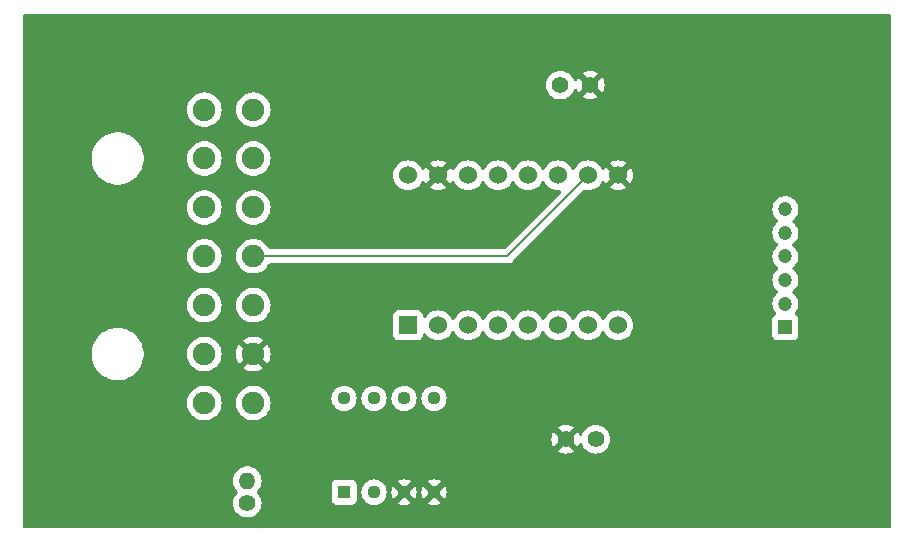
<source format=gbr>
%TF.GenerationSoftware,KiCad,Pcbnew,8.0.7*%
%TF.CreationDate,2025-02-17T19:38:04-05:00*%
%TF.ProjectId,peripheralBoard,70657269-7068-4657-9261-6c426f617264,rev?*%
%TF.SameCoordinates,Original*%
%TF.FileFunction,Copper,L2,Bot*%
%TF.FilePolarity,Positive*%
%FSLAX46Y46*%
G04 Gerber Fmt 4.6, Leading zero omitted, Abs format (unit mm)*
G04 Created by KiCad (PCBNEW 8.0.7) date 2025-02-17 19:38:04*
%MOMM*%
%LPD*%
G01*
G04 APERTURE LIST*
%TA.AperFunction,ComponentPad*%
%ADD10C,1.200000*%
%TD*%
%TA.AperFunction,ComponentPad*%
%ADD11R,1.200000X1.200000*%
%TD*%
%TA.AperFunction,ComponentPad*%
%ADD12C,1.908000*%
%TD*%
%TA.AperFunction,ComponentPad*%
%ADD13R,1.130000X1.130000*%
%TD*%
%TA.AperFunction,ComponentPad*%
%ADD14C,1.130000*%
%TD*%
%TA.AperFunction,ComponentPad*%
%ADD15R,1.530000X1.530000*%
%TD*%
%TA.AperFunction,ComponentPad*%
%ADD16C,1.530000*%
%TD*%
%TA.AperFunction,ComponentPad*%
%ADD17C,1.400000*%
%TD*%
%TA.AperFunction,ComponentPad*%
%ADD18O,1.400000X1.400000*%
%TD*%
%TA.AperFunction,ComponentPad*%
%ADD19C,1.422400*%
%TD*%
%TA.AperFunction,Conductor*%
%ADD20C,0.200000*%
%TD*%
G04 APERTURE END LIST*
D10*
%TO.P,J3,3,3*%
%TO.N,/A-*%
X224050000Y-76012500D03*
%TO.P,J3,4,4*%
%TO.N,/B+*%
X224050000Y-74012500D03*
%TO.P,J3,5,5*%
%TO.N,unconnected-(J3-Pad5)*%
X224050000Y-72012500D03*
%TO.P,J3,6,6*%
%TO.N,/A+*%
X224050000Y-70012500D03*
%TO.P,J3,2,2*%
%TO.N,unconnected-(J3-Pad2)*%
X224050000Y-78012500D03*
D11*
%TO.P,J3,1,1*%
%TO.N,/B-*%
X224050000Y-80012500D03*
%TD*%
D12*
%TO.P,J1,14,14*%
%TO.N,/step2*%
X174861602Y-61580002D03*
%TO.P,J1,13,13*%
%TO.N,/dir2*%
X174861602Y-65720001D03*
%TO.P,J1,12,12*%
%TO.N,unconnected-(J1-Pad12)*%
X174861602Y-69860001D03*
%TO.P,J1,11,11*%
%TO.N,unconnected-(J1-Pad11)*%
X174861602Y-74000000D03*
%TO.P,J1,10,10*%
%TO.N,/pressureCS2*%
X174861602Y-78139999D03*
%TO.P,J1,9,9*%
%TO.N,/irVout2*%
X174861602Y-82279999D03*
%TO.P,J1,8,8*%
%TO.N,/irVin*%
X174861602Y-86419998D03*
%TO.P,J1,7,7*%
%TO.N,/MOSI*%
X179001599Y-61580002D03*
%TO.P,J1,6,6*%
%TO.N,/MISO*%
X179001599Y-65720001D03*
%TO.P,J1,5,5*%
%TO.N,/SCK*%
X179001599Y-69860001D03*
%TO.P,J1,4,4*%
%TO.N,+12V*%
X179001599Y-74000000D03*
%TO.P,J1,3,3*%
%TO.N,+5V*%
X179001599Y-78139999D03*
%TO.P,J1,2,2*%
%TO.N,GND*%
X179001599Y-82279999D03*
%TO.P,J1,1,1*%
%TO.N,/3V3*%
X179001599Y-86419998D03*
%TD*%
D13*
%TO.P,U2,1,1OUT*%
%TO.N,/pressureCS2*%
X186690000Y-93970000D03*
D14*
%TO.P,U2,2,1IN-*%
%TO.N,/IN-*%
X189230000Y-93970000D03*
%TO.P,U2,3,1IN+*%
%TO.N,GND*%
X191770000Y-93970000D03*
%TO.P,U2,4,GND*%
X194310000Y-93970000D03*
%TO.P,U2,5,2IN+*%
%TO.N,unconnected-(U2-2IN+-Pad5)*%
X194310000Y-86030000D03*
%TO.P,U2,6,2IN-*%
%TO.N,unconnected-(U2-2IN--Pad6)*%
X191770000Y-86030000D03*
%TO.P,U2,7,2OUT*%
%TO.N,unconnected-(U2-2OUT-Pad7)*%
X189230000Y-86030000D03*
%TO.P,U2,8,VCC*%
%TO.N,+5V*%
X186690000Y-86030000D03*
%TD*%
D15*
%TO.P,U1,1,~{ENABLE}*%
%TO.N,unconnected-(U1-~{ENABLE}-Pad1)*%
X192110000Y-79850000D03*
D16*
%TO.P,U1,2,MS1*%
%TO.N,unconnected-(U1-MS1-Pad2)*%
X194650000Y-79850000D03*
%TO.P,U1,3,MS2*%
%TO.N,unconnected-(U1-MS2-Pad3)*%
X197190000Y-79850000D03*
%TO.P,U1,4,MS3*%
%TO.N,unconnected-(U1-MS3-Pad4)*%
X199730000Y-79850000D03*
%TO.P,U1,5,~{RESET}*%
%TO.N,unconnected-(U1-~{RESET}-Pad5)*%
X202270000Y-79850000D03*
%TO.P,U1,6,~{SLEEP}*%
%TO.N,unconnected-(U1-~{SLEEP}-Pad6)*%
X204810000Y-79850000D03*
%TO.P,U1,7,STEP*%
%TO.N,/step2*%
X207350000Y-79850000D03*
%TO.P,U1,8,DIR*%
%TO.N,/dir2*%
X209890000Y-79850000D03*
%TO.P,U1,9,GND*%
%TO.N,GND*%
X209890000Y-67150000D03*
%TO.P,U1,10,VDD*%
%TO.N,+12V*%
X207350000Y-67150000D03*
%TO.P,U1,11,1B*%
%TO.N,/B+*%
X204810000Y-67150000D03*
%TO.P,U1,12,1A*%
%TO.N,/A+*%
X202270000Y-67150000D03*
%TO.P,U1,13,2A*%
%TO.N,/A-*%
X199730000Y-67150000D03*
%TO.P,U1,14,2B*%
%TO.N,/B-*%
X197190000Y-67150000D03*
%TO.P,U1,15,GND*%
%TO.N,GND*%
X194650000Y-67150000D03*
%TO.P,U1,16,VMOT*%
%TO.N,unconnected-(U1-VMOT-Pad16)*%
X192110000Y-67150000D03*
%TD*%
D17*
%TO.P,R1,1*%
%TO.N,/IN-*%
X178500000Y-94900000D03*
D18*
%TO.P,R1,2*%
%TO.N,/pressureCS2*%
X178500000Y-93000000D03*
%TD*%
D19*
%TO.P,J4,1,1*%
%TO.N,/IN-*%
X208000000Y-89500000D03*
%TO.P,J4,2,2*%
%TO.N,GND*%
X205460000Y-89500000D03*
%TD*%
%TO.P,J2,1,1*%
%TO.N,/irVin*%
X205000000Y-59500000D03*
%TO.P,J2,2,2*%
%TO.N,GND*%
X207540000Y-59500000D03*
%TD*%
D20*
%TO.N,+12V*%
X207350000Y-67150000D02*
X200500000Y-74000000D01*
X200500000Y-74000000D02*
X179001599Y-74000000D01*
%TD*%
%TA.AperFunction,Conductor*%
%TO.N,GND*%
G36*
X232942539Y-53520185D02*
G01*
X232988294Y-53572989D01*
X232999500Y-53624500D01*
X232999500Y-96875500D01*
X232979815Y-96942539D01*
X232927011Y-96988294D01*
X232875500Y-96999500D01*
X159624500Y-96999500D01*
X159557461Y-96979815D01*
X159511706Y-96927011D01*
X159500500Y-96875500D01*
X159500500Y-92999999D01*
X177294357Y-92999999D01*
X177294357Y-93000000D01*
X177314884Y-93221535D01*
X177314885Y-93221537D01*
X177375769Y-93435523D01*
X177375775Y-93435538D01*
X177474938Y-93634683D01*
X177474943Y-93634691D01*
X177492487Y-93657923D01*
X177609017Y-93812234D01*
X177609021Y-93812238D01*
X177609026Y-93812243D01*
X177659617Y-93858364D01*
X177695898Y-93918076D01*
X177694137Y-93987923D01*
X177659617Y-94041636D01*
X177609026Y-94087756D01*
X177609021Y-94087761D01*
X177474943Y-94265308D01*
X177474938Y-94265316D01*
X177375775Y-94464461D01*
X177375769Y-94464476D01*
X177314885Y-94678462D01*
X177314884Y-94678464D01*
X177294357Y-94899999D01*
X177294357Y-94900000D01*
X177314884Y-95121535D01*
X177314885Y-95121537D01*
X177375769Y-95335523D01*
X177375775Y-95335538D01*
X177474938Y-95534683D01*
X177474943Y-95534691D01*
X177609020Y-95712238D01*
X177773437Y-95862123D01*
X177773439Y-95862125D01*
X177962595Y-95979245D01*
X177962596Y-95979245D01*
X177962599Y-95979247D01*
X178170060Y-96059618D01*
X178388757Y-96100500D01*
X178388759Y-96100500D01*
X178611241Y-96100500D01*
X178611243Y-96100500D01*
X178829940Y-96059618D01*
X179037401Y-95979247D01*
X179226562Y-95862124D01*
X179390981Y-95712236D01*
X179525058Y-95534689D01*
X179624229Y-95335528D01*
X179685115Y-95121536D01*
X179705643Y-94900000D01*
X179703799Y-94880105D01*
X179685115Y-94678464D01*
X179685114Y-94678462D01*
X179674877Y-94642483D01*
X179624229Y-94464472D01*
X179582029Y-94379723D01*
X179525061Y-94265316D01*
X179525056Y-94265308D01*
X179459708Y-94178774D01*
X179390981Y-94087764D01*
X179340380Y-94041635D01*
X179304101Y-93981927D01*
X179305861Y-93912079D01*
X179340380Y-93858364D01*
X179390981Y-93812236D01*
X179525058Y-93634689D01*
X179624229Y-93435528D01*
X179646534Y-93357135D01*
X185624500Y-93357135D01*
X185624500Y-94582870D01*
X185624501Y-94582876D01*
X185630908Y-94642483D01*
X185681202Y-94777328D01*
X185681206Y-94777335D01*
X185767452Y-94892544D01*
X185767455Y-94892547D01*
X185882664Y-94978793D01*
X185882671Y-94978797D01*
X186017517Y-95029091D01*
X186017516Y-95029091D01*
X186024444Y-95029835D01*
X186077127Y-95035500D01*
X187302872Y-95035499D01*
X187362483Y-95029091D01*
X187497331Y-94978796D01*
X187612546Y-94892546D01*
X187698796Y-94777331D01*
X187749091Y-94642483D01*
X187755500Y-94582873D01*
X187755499Y-93970000D01*
X188159345Y-93970000D01*
X188179917Y-94178876D01*
X188240844Y-94379723D01*
X188339779Y-94564818D01*
X188339783Y-94564825D01*
X188472932Y-94727067D01*
X188635174Y-94860216D01*
X188635181Y-94860220D01*
X188819406Y-94958690D01*
X188820278Y-94959156D01*
X189021126Y-95020083D01*
X189230000Y-95040655D01*
X189438874Y-95020083D01*
X189639722Y-94959156D01*
X189824824Y-94860217D01*
X189987067Y-94727067D01*
X190120217Y-94564824D01*
X190219156Y-94379722D01*
X190280083Y-94178874D01*
X190300655Y-93970000D01*
X190699847Y-93970000D01*
X190720409Y-94178774D01*
X190781309Y-94379534D01*
X190859892Y-94526552D01*
X190859893Y-94526552D01*
X191380000Y-94006445D01*
X191380000Y-94021344D01*
X191406578Y-94120534D01*
X191457923Y-94209465D01*
X191530535Y-94282077D01*
X191619466Y-94333422D01*
X191718656Y-94360000D01*
X191733553Y-94360000D01*
X191213445Y-94880106D01*
X191360465Y-94958690D01*
X191561227Y-95019590D01*
X191561223Y-95019590D01*
X191770000Y-95040152D01*
X191978774Y-95019590D01*
X192179532Y-94958690D01*
X192326553Y-94880105D01*
X191806448Y-94360000D01*
X191821344Y-94360000D01*
X191920534Y-94333422D01*
X192009465Y-94282077D01*
X192082077Y-94209465D01*
X192133422Y-94120534D01*
X192160000Y-94021344D01*
X192160000Y-94006447D01*
X192680105Y-94526552D01*
X192758690Y-94379532D01*
X192819590Y-94178774D01*
X192840152Y-93970000D01*
X193239847Y-93970000D01*
X193260409Y-94178774D01*
X193321309Y-94379534D01*
X193399892Y-94526552D01*
X193399893Y-94526552D01*
X193920000Y-94006445D01*
X193920000Y-94021344D01*
X193946578Y-94120534D01*
X193997923Y-94209465D01*
X194070535Y-94282077D01*
X194159466Y-94333422D01*
X194258656Y-94360000D01*
X194273553Y-94360000D01*
X193753445Y-94880106D01*
X193900465Y-94958690D01*
X194101227Y-95019590D01*
X194101223Y-95019590D01*
X194310000Y-95040152D01*
X194518774Y-95019590D01*
X194719532Y-94958690D01*
X194866553Y-94880105D01*
X194346448Y-94360000D01*
X194361344Y-94360000D01*
X194460534Y-94333422D01*
X194549465Y-94282077D01*
X194622077Y-94209465D01*
X194673422Y-94120534D01*
X194700000Y-94021344D01*
X194700000Y-94006447D01*
X195220105Y-94526552D01*
X195298690Y-94379532D01*
X195359590Y-94178774D01*
X195380152Y-93970000D01*
X195359590Y-93761225D01*
X195298690Y-93560465D01*
X195220106Y-93413445D01*
X194700000Y-93933551D01*
X194700000Y-93918656D01*
X194673422Y-93819466D01*
X194622077Y-93730535D01*
X194549465Y-93657923D01*
X194460534Y-93606578D01*
X194361344Y-93580000D01*
X194346447Y-93580000D01*
X194866552Y-93059893D01*
X194866552Y-93059892D01*
X194719534Y-92981309D01*
X194518772Y-92920409D01*
X194518776Y-92920409D01*
X194310000Y-92899847D01*
X194101225Y-92920409D01*
X193900471Y-92981307D01*
X193753446Y-93059893D01*
X194273554Y-93580000D01*
X194258656Y-93580000D01*
X194159466Y-93606578D01*
X194070535Y-93657923D01*
X193997923Y-93730535D01*
X193946578Y-93819466D01*
X193920000Y-93918656D01*
X193920000Y-93933553D01*
X193399893Y-93413446D01*
X193321307Y-93560471D01*
X193260409Y-93761225D01*
X193239847Y-93970000D01*
X192840152Y-93970000D01*
X192819590Y-93761225D01*
X192758690Y-93560465D01*
X192680106Y-93413445D01*
X192160000Y-93933551D01*
X192160000Y-93918656D01*
X192133422Y-93819466D01*
X192082077Y-93730535D01*
X192009465Y-93657923D01*
X191920534Y-93606578D01*
X191821344Y-93580000D01*
X191806447Y-93580000D01*
X192326552Y-93059893D01*
X192326552Y-93059892D01*
X192179534Y-92981309D01*
X191978772Y-92920409D01*
X191978776Y-92920409D01*
X191770000Y-92899847D01*
X191561225Y-92920409D01*
X191360471Y-92981307D01*
X191213446Y-93059893D01*
X191733554Y-93580000D01*
X191718656Y-93580000D01*
X191619466Y-93606578D01*
X191530535Y-93657923D01*
X191457923Y-93730535D01*
X191406578Y-93819466D01*
X191380000Y-93918656D01*
X191380000Y-93933553D01*
X190859893Y-93413446D01*
X190781307Y-93560471D01*
X190720409Y-93761225D01*
X190699847Y-93970000D01*
X190300655Y-93970000D01*
X190280083Y-93761126D01*
X190219156Y-93560278D01*
X190120217Y-93375176D01*
X190120216Y-93375174D01*
X189987067Y-93212932D01*
X189824825Y-93079783D01*
X189824818Y-93079779D01*
X189639723Y-92980844D01*
X189438876Y-92919917D01*
X189230000Y-92899345D01*
X189021123Y-92919917D01*
X188820276Y-92980844D01*
X188635181Y-93079779D01*
X188635174Y-93079783D01*
X188472932Y-93212932D01*
X188339783Y-93375174D01*
X188339779Y-93375181D01*
X188240844Y-93560276D01*
X188179917Y-93761123D01*
X188159345Y-93970000D01*
X187755499Y-93970000D01*
X187755499Y-93357128D01*
X187749091Y-93297517D01*
X187720752Y-93221537D01*
X187698797Y-93162671D01*
X187698793Y-93162664D01*
X187612547Y-93047455D01*
X187612544Y-93047452D01*
X187497335Y-92961206D01*
X187497328Y-92961202D01*
X187362482Y-92910908D01*
X187362483Y-92910908D01*
X187302883Y-92904501D01*
X187302881Y-92904500D01*
X187302873Y-92904500D01*
X187302864Y-92904500D01*
X186077129Y-92904500D01*
X186077123Y-92904501D01*
X186017516Y-92910908D01*
X185882671Y-92961202D01*
X185882664Y-92961206D01*
X185767455Y-93047452D01*
X185767452Y-93047455D01*
X185681206Y-93162664D01*
X185681202Y-93162671D01*
X185630908Y-93297517D01*
X185624501Y-93357116D01*
X185624501Y-93357123D01*
X185624500Y-93357135D01*
X179646534Y-93357135D01*
X179685115Y-93221536D01*
X179705643Y-93000000D01*
X179685115Y-92778464D01*
X179624229Y-92564472D01*
X179624224Y-92564461D01*
X179525061Y-92365316D01*
X179525056Y-92365308D01*
X179390979Y-92187761D01*
X179226562Y-92037876D01*
X179226560Y-92037874D01*
X179037404Y-91920754D01*
X179037398Y-91920752D01*
X178829940Y-91840382D01*
X178611243Y-91799500D01*
X178388757Y-91799500D01*
X178170060Y-91840382D01*
X178038864Y-91891207D01*
X177962601Y-91920752D01*
X177962595Y-91920754D01*
X177773439Y-92037874D01*
X177773437Y-92037876D01*
X177609020Y-92187761D01*
X177474943Y-92365308D01*
X177474938Y-92365316D01*
X177375775Y-92564461D01*
X177375769Y-92564476D01*
X177314885Y-92778462D01*
X177314884Y-92778464D01*
X177294357Y-92999999D01*
X159500500Y-92999999D01*
X159500500Y-89499998D01*
X204244173Y-89499998D01*
X204244173Y-89500001D01*
X204262643Y-89711120D01*
X204262645Y-89711131D01*
X204317493Y-89915829D01*
X204317497Y-89915838D01*
X204407062Y-90107912D01*
X204407063Y-90107914D01*
X204444733Y-90161712D01*
X204444733Y-90161713D01*
X205011983Y-89594463D01*
X205033958Y-89676473D01*
X205094149Y-89780727D01*
X205179273Y-89865851D01*
X205283527Y-89926042D01*
X205365535Y-89948016D01*
X204798285Y-90515265D01*
X204852087Y-90552937D01*
X205044161Y-90642502D01*
X205044170Y-90642506D01*
X205248868Y-90697354D01*
X205248879Y-90697356D01*
X205459998Y-90715827D01*
X205460002Y-90715827D01*
X205671120Y-90697356D01*
X205671131Y-90697354D01*
X205875829Y-90642506D01*
X205875838Y-90642502D01*
X206067913Y-90552937D01*
X206067917Y-90552935D01*
X206121713Y-90515266D01*
X205554464Y-89948016D01*
X205636473Y-89926042D01*
X205740727Y-89865851D01*
X205825851Y-89780727D01*
X205886042Y-89676473D01*
X205908016Y-89594463D01*
X206475266Y-90161713D01*
X206512935Y-90107917D01*
X206512937Y-90107913D01*
X206602502Y-89915838D01*
X206602505Y-89915830D01*
X206609965Y-89887989D01*
X206646328Y-89828327D01*
X206709174Y-89797796D01*
X206778549Y-89806088D01*
X206832429Y-89850571D01*
X206849515Y-89887982D01*
X206857022Y-89915998D01*
X206857024Y-89916005D01*
X206857026Y-89916009D01*
X206876234Y-89957200D01*
X206946629Y-90108164D01*
X206946631Y-90108168D01*
X207068235Y-90281836D01*
X207068240Y-90281842D01*
X207218157Y-90431759D01*
X207218163Y-90431764D01*
X207391831Y-90553368D01*
X207391833Y-90553369D01*
X207391836Y-90553371D01*
X207583991Y-90642974D01*
X207788787Y-90697849D01*
X207957757Y-90712632D01*
X207999999Y-90716328D01*
X208000000Y-90716328D01*
X208000001Y-90716328D01*
X208035202Y-90713248D01*
X208211213Y-90697849D01*
X208416009Y-90642974D01*
X208608164Y-90553371D01*
X208781841Y-90431761D01*
X208931761Y-90281841D01*
X209053371Y-90108164D01*
X209142974Y-89916009D01*
X209197849Y-89711213D01*
X209216328Y-89500000D01*
X209197849Y-89288787D01*
X209142974Y-89083991D01*
X209053371Y-88891836D01*
X209053369Y-88891833D01*
X209053368Y-88891831D01*
X208931764Y-88718163D01*
X208931759Y-88718157D01*
X208781842Y-88568240D01*
X208781836Y-88568235D01*
X208608168Y-88446631D01*
X208608164Y-88446629D01*
X208416009Y-88357026D01*
X208416005Y-88357025D01*
X208416001Y-88357023D01*
X208211218Y-88302152D01*
X208211208Y-88302150D01*
X208000001Y-88283672D01*
X207999999Y-88283672D01*
X207788791Y-88302150D01*
X207788781Y-88302152D01*
X207583998Y-88357023D01*
X207583989Y-88357027D01*
X207391835Y-88446629D01*
X207391831Y-88446631D01*
X207218163Y-88568235D01*
X207218157Y-88568240D01*
X207068240Y-88718157D01*
X207068235Y-88718163D01*
X206946631Y-88891831D01*
X206946629Y-88891835D01*
X206857027Y-89083989D01*
X206857023Y-89083999D01*
X206849515Y-89112018D01*
X206813149Y-89171677D01*
X206750301Y-89202205D01*
X206680926Y-89193908D01*
X206627049Y-89149421D01*
X206609965Y-89112011D01*
X206602505Y-89084166D01*
X206602502Y-89084161D01*
X206512934Y-88892083D01*
X206475266Y-88838286D01*
X206475265Y-88838285D01*
X205908016Y-89405535D01*
X205886042Y-89323527D01*
X205825851Y-89219273D01*
X205740727Y-89134149D01*
X205636473Y-89073958D01*
X205554463Y-89051983D01*
X206121713Y-88484733D01*
X206067914Y-88447063D01*
X206067912Y-88447062D01*
X205875838Y-88357497D01*
X205875829Y-88357493D01*
X205671131Y-88302645D01*
X205671120Y-88302643D01*
X205460002Y-88284173D01*
X205459998Y-88284173D01*
X205248879Y-88302643D01*
X205248868Y-88302645D01*
X205044170Y-88357493D01*
X205044161Y-88357497D01*
X204852088Y-88447062D01*
X204798286Y-88484733D01*
X205365536Y-89051983D01*
X205283527Y-89073958D01*
X205179273Y-89134149D01*
X205094149Y-89219273D01*
X205033958Y-89323527D01*
X205011983Y-89405536D01*
X204444733Y-88838286D01*
X204407062Y-88892088D01*
X204317497Y-89084161D01*
X204317493Y-89084170D01*
X204262645Y-89288868D01*
X204262643Y-89288879D01*
X204244173Y-89499998D01*
X159500500Y-89499998D01*
X159500500Y-86419991D01*
X173402117Y-86419991D01*
X173402117Y-86420004D01*
X173422020Y-86660213D01*
X173422022Y-86660224D01*
X173481195Y-86893890D01*
X173578023Y-87114637D01*
X173709861Y-87316429D01*
X173709864Y-87316433D01*
X173873122Y-87493778D01*
X173873126Y-87493781D01*
X174063339Y-87641830D01*
X174063341Y-87641831D01*
X174063344Y-87641833D01*
X174186583Y-87708525D01*
X174275334Y-87756555D01*
X174503320Y-87834823D01*
X174741079Y-87874498D01*
X174741080Y-87874498D01*
X174982124Y-87874498D01*
X174982125Y-87874498D01*
X175219884Y-87834823D01*
X175447870Y-87756555D01*
X175659865Y-87641830D01*
X175850084Y-87493776D01*
X176013341Y-87316432D01*
X176145181Y-87114636D01*
X176242008Y-86893892D01*
X176301182Y-86660221D01*
X176321087Y-86419998D01*
X176321087Y-86419991D01*
X177542114Y-86419991D01*
X177542114Y-86420004D01*
X177562017Y-86660213D01*
X177562019Y-86660224D01*
X177621192Y-86893890D01*
X177718020Y-87114637D01*
X177849858Y-87316429D01*
X177849861Y-87316433D01*
X178013119Y-87493778D01*
X178013123Y-87493781D01*
X178203336Y-87641830D01*
X178203338Y-87641831D01*
X178203341Y-87641833D01*
X178326580Y-87708525D01*
X178415331Y-87756555D01*
X178643317Y-87834823D01*
X178881076Y-87874498D01*
X178881077Y-87874498D01*
X179122121Y-87874498D01*
X179122122Y-87874498D01*
X179359881Y-87834823D01*
X179587867Y-87756555D01*
X179799862Y-87641830D01*
X179990081Y-87493776D01*
X180153338Y-87316432D01*
X180285178Y-87114636D01*
X180382005Y-86893892D01*
X180441179Y-86660221D01*
X180461084Y-86419998D01*
X180461084Y-86419991D01*
X180441180Y-86179782D01*
X180441178Y-86179771D01*
X180438300Y-86168406D01*
X180403251Y-86030000D01*
X185619345Y-86030000D01*
X185639917Y-86238876D01*
X185700844Y-86439723D01*
X185799779Y-86624818D01*
X185799783Y-86624825D01*
X185932932Y-86787067D01*
X186095174Y-86920216D01*
X186095181Y-86920220D01*
X186280276Y-87019155D01*
X186280278Y-87019156D01*
X186481126Y-87080083D01*
X186690000Y-87100655D01*
X186898874Y-87080083D01*
X187099722Y-87019156D01*
X187284824Y-86920217D01*
X187447067Y-86787067D01*
X187580217Y-86624824D01*
X187679156Y-86439722D01*
X187740083Y-86238874D01*
X187760655Y-86030000D01*
X188159345Y-86030000D01*
X188179917Y-86238876D01*
X188240844Y-86439723D01*
X188339779Y-86624818D01*
X188339783Y-86624825D01*
X188472932Y-86787067D01*
X188635174Y-86920216D01*
X188635181Y-86920220D01*
X188820276Y-87019155D01*
X188820278Y-87019156D01*
X189021126Y-87080083D01*
X189230000Y-87100655D01*
X189438874Y-87080083D01*
X189639722Y-87019156D01*
X189824824Y-86920217D01*
X189987067Y-86787067D01*
X190120217Y-86624824D01*
X190219156Y-86439722D01*
X190280083Y-86238874D01*
X190300655Y-86030000D01*
X190699345Y-86030000D01*
X190719917Y-86238876D01*
X190780844Y-86439723D01*
X190879779Y-86624818D01*
X190879783Y-86624825D01*
X191012932Y-86787067D01*
X191175174Y-86920216D01*
X191175181Y-86920220D01*
X191360276Y-87019155D01*
X191360278Y-87019156D01*
X191561126Y-87080083D01*
X191770000Y-87100655D01*
X191978874Y-87080083D01*
X192179722Y-87019156D01*
X192364824Y-86920217D01*
X192527067Y-86787067D01*
X192660217Y-86624824D01*
X192759156Y-86439722D01*
X192820083Y-86238874D01*
X192840655Y-86030000D01*
X193239345Y-86030000D01*
X193259917Y-86238876D01*
X193320844Y-86439723D01*
X193419779Y-86624818D01*
X193419783Y-86624825D01*
X193552932Y-86787067D01*
X193715174Y-86920216D01*
X193715181Y-86920220D01*
X193900276Y-87019155D01*
X193900278Y-87019156D01*
X194101126Y-87080083D01*
X194310000Y-87100655D01*
X194518874Y-87080083D01*
X194719722Y-87019156D01*
X194904824Y-86920217D01*
X195067067Y-86787067D01*
X195200217Y-86624824D01*
X195299156Y-86439722D01*
X195360083Y-86238874D01*
X195380655Y-86030000D01*
X195360083Y-85821126D01*
X195299156Y-85620278D01*
X195299155Y-85620276D01*
X195200220Y-85435181D01*
X195200216Y-85435174D01*
X195067067Y-85272932D01*
X194904825Y-85139783D01*
X194904818Y-85139779D01*
X194719723Y-85040844D01*
X194518876Y-84979917D01*
X194310000Y-84959345D01*
X194101123Y-84979917D01*
X193900276Y-85040844D01*
X193715181Y-85139779D01*
X193715174Y-85139783D01*
X193552932Y-85272932D01*
X193419783Y-85435174D01*
X193419779Y-85435181D01*
X193320844Y-85620276D01*
X193259917Y-85821123D01*
X193239345Y-86030000D01*
X192840655Y-86030000D01*
X192820083Y-85821126D01*
X192759156Y-85620278D01*
X192759155Y-85620276D01*
X192660220Y-85435181D01*
X192660216Y-85435174D01*
X192527067Y-85272932D01*
X192364825Y-85139783D01*
X192364818Y-85139779D01*
X192179723Y-85040844D01*
X191978876Y-84979917D01*
X191770000Y-84959345D01*
X191561123Y-84979917D01*
X191360276Y-85040844D01*
X191175181Y-85139779D01*
X191175174Y-85139783D01*
X191012932Y-85272932D01*
X190879783Y-85435174D01*
X190879779Y-85435181D01*
X190780844Y-85620276D01*
X190719917Y-85821123D01*
X190699345Y-86030000D01*
X190300655Y-86030000D01*
X190280083Y-85821126D01*
X190219156Y-85620278D01*
X190219155Y-85620276D01*
X190120220Y-85435181D01*
X190120216Y-85435174D01*
X189987067Y-85272932D01*
X189824825Y-85139783D01*
X189824818Y-85139779D01*
X189639723Y-85040844D01*
X189438876Y-84979917D01*
X189230000Y-84959345D01*
X189021123Y-84979917D01*
X188820276Y-85040844D01*
X188635181Y-85139779D01*
X188635174Y-85139783D01*
X188472932Y-85272932D01*
X188339783Y-85435174D01*
X188339779Y-85435181D01*
X188240844Y-85620276D01*
X188179917Y-85821123D01*
X188159345Y-86030000D01*
X187760655Y-86030000D01*
X187740083Y-85821126D01*
X187679156Y-85620278D01*
X187679155Y-85620276D01*
X187580220Y-85435181D01*
X187580216Y-85435174D01*
X187447067Y-85272932D01*
X187284825Y-85139783D01*
X187284818Y-85139779D01*
X187099723Y-85040844D01*
X186898876Y-84979917D01*
X186690000Y-84959345D01*
X186481123Y-84979917D01*
X186280276Y-85040844D01*
X186095181Y-85139779D01*
X186095174Y-85139783D01*
X185932932Y-85272932D01*
X185799783Y-85435174D01*
X185799779Y-85435181D01*
X185700844Y-85620276D01*
X185639917Y-85821123D01*
X185619345Y-86030000D01*
X180403251Y-86030000D01*
X180382005Y-85946104D01*
X180285178Y-85725360D01*
X180153338Y-85523564D01*
X179990081Y-85346220D01*
X179990080Y-85346219D01*
X179990078Y-85346217D01*
X179990074Y-85346214D01*
X179799865Y-85198168D01*
X179799856Y-85198162D01*
X179587873Y-85083444D01*
X179587870Y-85083443D01*
X179587867Y-85083441D01*
X179587861Y-85083439D01*
X179587859Y-85083438D01*
X179359883Y-85005173D01*
X179201375Y-84978723D01*
X179122122Y-84965498D01*
X178881076Y-84965498D01*
X178821636Y-84975416D01*
X178643314Y-85005173D01*
X178415338Y-85083438D01*
X178415324Y-85083444D01*
X178203341Y-85198162D01*
X178203332Y-85198168D01*
X178013123Y-85346214D01*
X178013119Y-85346217D01*
X177849861Y-85523562D01*
X177849858Y-85523566D01*
X177718020Y-85725358D01*
X177621192Y-85946105D01*
X177562019Y-86179771D01*
X177562017Y-86179782D01*
X177542114Y-86419991D01*
X176321087Y-86419991D01*
X176301183Y-86179782D01*
X176301181Y-86179771D01*
X176298303Y-86168406D01*
X176242008Y-85946104D01*
X176145181Y-85725360D01*
X176013341Y-85523564D01*
X175850084Y-85346220D01*
X175850083Y-85346219D01*
X175850081Y-85346217D01*
X175850077Y-85346214D01*
X175659868Y-85198168D01*
X175659859Y-85198162D01*
X175447876Y-85083444D01*
X175447873Y-85083443D01*
X175447870Y-85083441D01*
X175447864Y-85083439D01*
X175447862Y-85083438D01*
X175219886Y-85005173D01*
X175061378Y-84978723D01*
X174982125Y-84965498D01*
X174741079Y-84965498D01*
X174681639Y-84975416D01*
X174503317Y-85005173D01*
X174275341Y-85083438D01*
X174275327Y-85083444D01*
X174063344Y-85198162D01*
X174063335Y-85198168D01*
X173873126Y-85346214D01*
X173873122Y-85346217D01*
X173709864Y-85523562D01*
X173709861Y-85523566D01*
X173578023Y-85725358D01*
X173481195Y-85946105D01*
X173422022Y-86179771D01*
X173422020Y-86179782D01*
X173402117Y-86419991D01*
X159500500Y-86419991D01*
X159500500Y-82135397D01*
X165315301Y-82135397D01*
X165315301Y-82424602D01*
X165315302Y-82424619D01*
X165353049Y-82711340D01*
X165353050Y-82711345D01*
X165353051Y-82711351D01*
X165364450Y-82753891D01*
X165427905Y-82990712D01*
X165538581Y-83257908D01*
X165538586Y-83257918D01*
X165683192Y-83508385D01*
X165859258Y-83737836D01*
X165859266Y-83737845D01*
X166063756Y-83942335D01*
X166063764Y-83942342D01*
X166293215Y-84118408D01*
X166543682Y-84263014D01*
X166543692Y-84263019D01*
X166691742Y-84324343D01*
X166810887Y-84373695D01*
X167090250Y-84448550D01*
X167376992Y-84486300D01*
X167376999Y-84486300D01*
X167666203Y-84486300D01*
X167666210Y-84486300D01*
X167952952Y-84448550D01*
X168232315Y-84373695D01*
X168499516Y-84263016D01*
X168749986Y-84118408D01*
X168979437Y-83942343D01*
X168979441Y-83942338D01*
X168979446Y-83942335D01*
X169183936Y-83737845D01*
X169183939Y-83737840D01*
X169183944Y-83737836D01*
X169360009Y-83508385D01*
X169504617Y-83257915D01*
X169615296Y-82990714D01*
X169690151Y-82711351D01*
X169727901Y-82424609D01*
X169727901Y-82279992D01*
X173402117Y-82279992D01*
X173402117Y-82280005D01*
X173422020Y-82520214D01*
X173422022Y-82520225D01*
X173481195Y-82753891D01*
X173578023Y-82974638D01*
X173670802Y-83116646D01*
X173709863Y-83176433D01*
X173784875Y-83257918D01*
X173873122Y-83353779D01*
X173873126Y-83353782D01*
X174062797Y-83501409D01*
X174063339Y-83501831D01*
X174063341Y-83501832D01*
X174063344Y-83501834D01*
X174186583Y-83568526D01*
X174275334Y-83616556D01*
X174503320Y-83694824D01*
X174741079Y-83734499D01*
X174741080Y-83734499D01*
X174982124Y-83734499D01*
X174982125Y-83734499D01*
X175219884Y-83694824D01*
X175447870Y-83616556D01*
X175659865Y-83501831D01*
X175850084Y-83353777D01*
X176013341Y-83176433D01*
X176145181Y-82974637D01*
X176242008Y-82753893D01*
X176301182Y-82520222D01*
X176309105Y-82424609D01*
X176321087Y-82280005D01*
X176321087Y-82279993D01*
X177542616Y-82279993D01*
X177542616Y-82280004D01*
X177562514Y-82520136D01*
X177621668Y-82753730D01*
X177718461Y-82974397D01*
X177811396Y-83116645D01*
X178363436Y-82564606D01*
X178382596Y-82610863D01*
X178459038Y-82725267D01*
X178556331Y-82822560D01*
X178670735Y-82899002D01*
X178716990Y-82918161D01*
X178164321Y-83470829D01*
X178164321Y-83470830D01*
X178203609Y-83501409D01*
X178415530Y-83616096D01*
X178415539Y-83616099D01*
X178643437Y-83694337D01*
X178881117Y-83733999D01*
X179122081Y-83733999D01*
X179359760Y-83694337D01*
X179587658Y-83616099D01*
X179587666Y-83616096D01*
X179799590Y-83501408D01*
X179838875Y-83470829D01*
X179838876Y-83470829D01*
X179286207Y-82918161D01*
X179332463Y-82899002D01*
X179446867Y-82822560D01*
X179544160Y-82725267D01*
X179620602Y-82610863D01*
X179639761Y-82564608D01*
X180191799Y-83116646D01*
X180284735Y-82974399D01*
X180381529Y-82753730D01*
X180440683Y-82520136D01*
X180460582Y-82280004D01*
X180460582Y-82279993D01*
X180440683Y-82039861D01*
X180381529Y-81806267D01*
X180284737Y-81585603D01*
X180191799Y-81443350D01*
X179639761Y-81995389D01*
X179620602Y-81949135D01*
X179544160Y-81834731D01*
X179446867Y-81737438D01*
X179332463Y-81660996D01*
X179286207Y-81641836D01*
X179838875Y-81089167D01*
X179799585Y-81058586D01*
X179587667Y-80943901D01*
X179587658Y-80943898D01*
X179359760Y-80865660D01*
X179122081Y-80825999D01*
X178881117Y-80825999D01*
X178643437Y-80865660D01*
X178415539Y-80943898D01*
X178415530Y-80943901D01*
X178203613Y-81058586D01*
X178164321Y-81089167D01*
X178716990Y-81641836D01*
X178670735Y-81660996D01*
X178556331Y-81737438D01*
X178459038Y-81834731D01*
X178382596Y-81949135D01*
X178363436Y-81995390D01*
X177811396Y-81443350D01*
X177718461Y-81585600D01*
X177621668Y-81806267D01*
X177562514Y-82039861D01*
X177542616Y-82279993D01*
X176321087Y-82279993D01*
X176321087Y-82279992D01*
X176301183Y-82039783D01*
X176301181Y-82039772D01*
X176252784Y-81848659D01*
X176242008Y-81806105D01*
X176145181Y-81585361D01*
X176134679Y-81569287D01*
X176079261Y-81484463D01*
X176013341Y-81383565D01*
X175850084Y-81206221D01*
X175850083Y-81206220D01*
X175850081Y-81206218D01*
X175850077Y-81206215D01*
X175659868Y-81058169D01*
X175659859Y-81058163D01*
X175447876Y-80943445D01*
X175447873Y-80943444D01*
X175447870Y-80943442D01*
X175447864Y-80943440D01*
X175447862Y-80943439D01*
X175219886Y-80865174D01*
X175061378Y-80838724D01*
X174982125Y-80825499D01*
X174741079Y-80825499D01*
X174681639Y-80835417D01*
X174503317Y-80865174D01*
X174275341Y-80943439D01*
X174275327Y-80943445D01*
X174063344Y-81058163D01*
X174063335Y-81058169D01*
X173873126Y-81206215D01*
X173873122Y-81206218D01*
X173709864Y-81383563D01*
X173709861Y-81383567D01*
X173578023Y-81585359D01*
X173481195Y-81806106D01*
X173422022Y-82039772D01*
X173422020Y-82039783D01*
X173402117Y-82279992D01*
X169727901Y-82279992D01*
X169727901Y-82135391D01*
X169690151Y-81848649D01*
X169615296Y-81569286D01*
X169538368Y-81383567D01*
X169504620Y-81302091D01*
X169504615Y-81302081D01*
X169360009Y-81051614D01*
X169183943Y-80822163D01*
X169183936Y-80822155D01*
X168979446Y-80617665D01*
X168979437Y-80617657D01*
X168749986Y-80441591D01*
X168499519Y-80296985D01*
X168499509Y-80296980D01*
X168232313Y-80186304D01*
X168092633Y-80148877D01*
X167952952Y-80111450D01*
X167952946Y-80111449D01*
X167952941Y-80111448D01*
X167666220Y-80073701D01*
X167666215Y-80073700D01*
X167666210Y-80073700D01*
X167376992Y-80073700D01*
X167376986Y-80073700D01*
X167376981Y-80073701D01*
X167090260Y-80111448D01*
X167090253Y-80111449D01*
X167090250Y-80111450D01*
X167031211Y-80127269D01*
X166810888Y-80186304D01*
X166543692Y-80296980D01*
X166543682Y-80296985D01*
X166293215Y-80441591D01*
X166063764Y-80617657D01*
X165859258Y-80822163D01*
X165683192Y-81051614D01*
X165538586Y-81302081D01*
X165538581Y-81302091D01*
X165427905Y-81569287D01*
X165353052Y-81848646D01*
X165353049Y-81848659D01*
X165315302Y-82135380D01*
X165315301Y-82135397D01*
X159500500Y-82135397D01*
X159500500Y-78139992D01*
X173402117Y-78139992D01*
X173402117Y-78140005D01*
X173422020Y-78380214D01*
X173422022Y-78380225D01*
X173481195Y-78613891D01*
X173578023Y-78834638D01*
X173671371Y-78977517D01*
X173709863Y-79036433D01*
X173824521Y-79160985D01*
X173873122Y-79213779D01*
X173873126Y-79213782D01*
X174032838Y-79338091D01*
X174063339Y-79361831D01*
X174063341Y-79361832D01*
X174063344Y-79361834D01*
X174068507Y-79364628D01*
X174275334Y-79476556D01*
X174503320Y-79554824D01*
X174741079Y-79594499D01*
X174741080Y-79594499D01*
X174982124Y-79594499D01*
X174982125Y-79594499D01*
X175219884Y-79554824D01*
X175447870Y-79476556D01*
X175659865Y-79361831D01*
X175850084Y-79213777D01*
X176013341Y-79036433D01*
X176145181Y-78834637D01*
X176242008Y-78613893D01*
X176301182Y-78380222D01*
X176301183Y-78380214D01*
X176321087Y-78140005D01*
X176321087Y-78139992D01*
X177542114Y-78139992D01*
X177542114Y-78140005D01*
X177562017Y-78380214D01*
X177562019Y-78380225D01*
X177621192Y-78613891D01*
X177718020Y-78834638D01*
X177811368Y-78977517D01*
X177849860Y-79036433D01*
X177964518Y-79160985D01*
X178013119Y-79213779D01*
X178013123Y-79213782D01*
X178172835Y-79338091D01*
X178203336Y-79361831D01*
X178203338Y-79361832D01*
X178203341Y-79361834D01*
X178208504Y-79364628D01*
X178415331Y-79476556D01*
X178643317Y-79554824D01*
X178881076Y-79594499D01*
X178881077Y-79594499D01*
X179122121Y-79594499D01*
X179122122Y-79594499D01*
X179359881Y-79554824D01*
X179587867Y-79476556D01*
X179799862Y-79361831D01*
X179990081Y-79213777D01*
X180152692Y-79037135D01*
X190844500Y-79037135D01*
X190844500Y-80662870D01*
X190844501Y-80662876D01*
X190850908Y-80722483D01*
X190901202Y-80857328D01*
X190901206Y-80857335D01*
X190987452Y-80972544D01*
X190987455Y-80972547D01*
X191102664Y-81058793D01*
X191102671Y-81058797D01*
X191237517Y-81109091D01*
X191237516Y-81109091D01*
X191244444Y-81109835D01*
X191297127Y-81115500D01*
X192922872Y-81115499D01*
X192982483Y-81109091D01*
X193117331Y-81058796D01*
X193232546Y-80972546D01*
X193318796Y-80857331D01*
X193369091Y-80722483D01*
X193375500Y-80662873D01*
X193375499Y-80629434D01*
X193395182Y-80562398D01*
X193447984Y-80516642D01*
X193517143Y-80506697D01*
X193580699Y-80535720D01*
X193601073Y-80558311D01*
X193676862Y-80666547D01*
X193676868Y-80666555D01*
X193833445Y-80823132D01*
X194014833Y-80950142D01*
X194135572Y-81006443D01*
X194215513Y-81043720D01*
X194215515Y-81043720D01*
X194215520Y-81043723D01*
X194429409Y-81101035D01*
X194586974Y-81114820D01*
X194649998Y-81120334D01*
X194650000Y-81120334D01*
X194650002Y-81120334D01*
X194705276Y-81115498D01*
X194870591Y-81101035D01*
X195084480Y-81043723D01*
X195285167Y-80950142D01*
X195466555Y-80823132D01*
X195623132Y-80666555D01*
X195750142Y-80485167D01*
X195807618Y-80361907D01*
X195853790Y-80309468D01*
X195920983Y-80290316D01*
X195987864Y-80310531D01*
X196032381Y-80361907D01*
X196089858Y-80485167D01*
X196216868Y-80666555D01*
X196373445Y-80823132D01*
X196554833Y-80950142D01*
X196675572Y-81006443D01*
X196755513Y-81043720D01*
X196755515Y-81043720D01*
X196755520Y-81043723D01*
X196969409Y-81101035D01*
X197126974Y-81114820D01*
X197189998Y-81120334D01*
X197190000Y-81120334D01*
X197190002Y-81120334D01*
X197245276Y-81115498D01*
X197410591Y-81101035D01*
X197624480Y-81043723D01*
X197825167Y-80950142D01*
X198006555Y-80823132D01*
X198163132Y-80666555D01*
X198290142Y-80485167D01*
X198347618Y-80361907D01*
X198393790Y-80309468D01*
X198460983Y-80290316D01*
X198527864Y-80310531D01*
X198572381Y-80361907D01*
X198629858Y-80485167D01*
X198756868Y-80666555D01*
X198913445Y-80823132D01*
X199094833Y-80950142D01*
X199215572Y-81006443D01*
X199295513Y-81043720D01*
X199295515Y-81043720D01*
X199295520Y-81043723D01*
X199509409Y-81101035D01*
X199666974Y-81114820D01*
X199729998Y-81120334D01*
X199730000Y-81120334D01*
X199730002Y-81120334D01*
X199785276Y-81115498D01*
X199950591Y-81101035D01*
X200164480Y-81043723D01*
X200365167Y-80950142D01*
X200546555Y-80823132D01*
X200703132Y-80666555D01*
X200830142Y-80485167D01*
X200887618Y-80361907D01*
X200933790Y-80309468D01*
X201000983Y-80290316D01*
X201067864Y-80310531D01*
X201112381Y-80361907D01*
X201169858Y-80485167D01*
X201296868Y-80666555D01*
X201453445Y-80823132D01*
X201634833Y-80950142D01*
X201755572Y-81006443D01*
X201835513Y-81043720D01*
X201835515Y-81043720D01*
X201835520Y-81043723D01*
X202049409Y-81101035D01*
X202206974Y-81114820D01*
X202269998Y-81120334D01*
X202270000Y-81120334D01*
X202270002Y-81120334D01*
X202325276Y-81115498D01*
X202490591Y-81101035D01*
X202704480Y-81043723D01*
X202905167Y-80950142D01*
X203086555Y-80823132D01*
X203243132Y-80666555D01*
X203370142Y-80485167D01*
X203427618Y-80361907D01*
X203473790Y-80309468D01*
X203540983Y-80290316D01*
X203607864Y-80310531D01*
X203652381Y-80361907D01*
X203709858Y-80485167D01*
X203836868Y-80666555D01*
X203993445Y-80823132D01*
X204174833Y-80950142D01*
X204295572Y-81006443D01*
X204375513Y-81043720D01*
X204375515Y-81043720D01*
X204375520Y-81043723D01*
X204589409Y-81101035D01*
X204746974Y-81114820D01*
X204809998Y-81120334D01*
X204810000Y-81120334D01*
X204810002Y-81120334D01*
X204865276Y-81115498D01*
X205030591Y-81101035D01*
X205244480Y-81043723D01*
X205445167Y-80950142D01*
X205626555Y-80823132D01*
X205783132Y-80666555D01*
X205910142Y-80485167D01*
X205967618Y-80361907D01*
X206013790Y-80309468D01*
X206080983Y-80290316D01*
X206147864Y-80310531D01*
X206192381Y-80361907D01*
X206249858Y-80485167D01*
X206376868Y-80666555D01*
X206533445Y-80823132D01*
X206714833Y-80950142D01*
X206835572Y-81006443D01*
X206915513Y-81043720D01*
X206915515Y-81043720D01*
X206915520Y-81043723D01*
X207129409Y-81101035D01*
X207286974Y-81114820D01*
X207349998Y-81120334D01*
X207350000Y-81120334D01*
X207350002Y-81120334D01*
X207405276Y-81115498D01*
X207570591Y-81101035D01*
X207784480Y-81043723D01*
X207985167Y-80950142D01*
X208166555Y-80823132D01*
X208323132Y-80666555D01*
X208450142Y-80485167D01*
X208507618Y-80361907D01*
X208553790Y-80309468D01*
X208620983Y-80290316D01*
X208687864Y-80310531D01*
X208732381Y-80361907D01*
X208789858Y-80485167D01*
X208916868Y-80666555D01*
X209073445Y-80823132D01*
X209254833Y-80950142D01*
X209375572Y-81006443D01*
X209455513Y-81043720D01*
X209455515Y-81043720D01*
X209455520Y-81043723D01*
X209669409Y-81101035D01*
X209826974Y-81114820D01*
X209889998Y-81120334D01*
X209890000Y-81120334D01*
X209890002Y-81120334D01*
X209945276Y-81115498D01*
X210110591Y-81101035D01*
X210324480Y-81043723D01*
X210525167Y-80950142D01*
X210706555Y-80823132D01*
X210863132Y-80666555D01*
X210990142Y-80485167D01*
X211083723Y-80284480D01*
X211141035Y-80070591D01*
X211160334Y-79850000D01*
X211141035Y-79629409D01*
X211083723Y-79415520D01*
X211071574Y-79389467D01*
X210990143Y-79214836D01*
X210990142Y-79214834D01*
X210990142Y-79214833D01*
X210863132Y-79033445D01*
X210706555Y-78876868D01*
X210525167Y-78749858D01*
X210525163Y-78749856D01*
X210324486Y-78656279D01*
X210324475Y-78656275D01*
X210110592Y-78598965D01*
X210110585Y-78598964D01*
X209890002Y-78579666D01*
X209889998Y-78579666D01*
X209669414Y-78598964D01*
X209669407Y-78598965D01*
X209455524Y-78656275D01*
X209455513Y-78656279D01*
X209254836Y-78749856D01*
X209254834Y-78749857D01*
X209073444Y-78876868D01*
X208916868Y-79033444D01*
X208789857Y-79214834D01*
X208789856Y-79214836D01*
X208732382Y-79338091D01*
X208686210Y-79390531D01*
X208619017Y-79409683D01*
X208552135Y-79389467D01*
X208507618Y-79338091D01*
X208450143Y-79214836D01*
X208450142Y-79214834D01*
X208450142Y-79214833D01*
X208323132Y-79033445D01*
X208166555Y-78876868D01*
X207985167Y-78749858D01*
X207985163Y-78749856D01*
X207784486Y-78656279D01*
X207784475Y-78656275D01*
X207570592Y-78598965D01*
X207570585Y-78598964D01*
X207350002Y-78579666D01*
X207349998Y-78579666D01*
X207129414Y-78598964D01*
X207129407Y-78598965D01*
X206915524Y-78656275D01*
X206915513Y-78656279D01*
X206714836Y-78749856D01*
X206714834Y-78749857D01*
X206533444Y-78876868D01*
X206376868Y-79033444D01*
X206249857Y-79214834D01*
X206249856Y-79214836D01*
X206192382Y-79338091D01*
X206146210Y-79390531D01*
X206079017Y-79409683D01*
X206012135Y-79389467D01*
X205967618Y-79338091D01*
X205910143Y-79214836D01*
X205910142Y-79214834D01*
X205910142Y-79214833D01*
X205783132Y-79033445D01*
X205626555Y-78876868D01*
X205445167Y-78749858D01*
X205445163Y-78749856D01*
X205244486Y-78656279D01*
X205244475Y-78656275D01*
X205030592Y-78598965D01*
X205030585Y-78598964D01*
X204810002Y-78579666D01*
X204809998Y-78579666D01*
X204589414Y-78598964D01*
X204589407Y-78598965D01*
X204375524Y-78656275D01*
X204375513Y-78656279D01*
X204174836Y-78749856D01*
X204174834Y-78749857D01*
X203993444Y-78876868D01*
X203836868Y-79033444D01*
X203709857Y-79214834D01*
X203709856Y-79214836D01*
X203652382Y-79338091D01*
X203606210Y-79390531D01*
X203539017Y-79409683D01*
X203472135Y-79389467D01*
X203427618Y-79338091D01*
X203370143Y-79214836D01*
X203370142Y-79214834D01*
X203370142Y-79214833D01*
X203243132Y-79033445D01*
X203086555Y-78876868D01*
X202905167Y-78749858D01*
X202905163Y-78749856D01*
X202704486Y-78656279D01*
X202704475Y-78656275D01*
X202490592Y-78598965D01*
X202490585Y-78598964D01*
X202270002Y-78579666D01*
X202269998Y-78579666D01*
X202049414Y-78598964D01*
X202049407Y-78598965D01*
X201835524Y-78656275D01*
X201835513Y-78656279D01*
X201634836Y-78749856D01*
X201634834Y-78749857D01*
X201453444Y-78876868D01*
X201296868Y-79033444D01*
X201169857Y-79214834D01*
X201169856Y-79214836D01*
X201112382Y-79338091D01*
X201066210Y-79390531D01*
X200999017Y-79409683D01*
X200932135Y-79389467D01*
X200887618Y-79338091D01*
X200830143Y-79214836D01*
X200830142Y-79214834D01*
X200830142Y-79214833D01*
X200703132Y-79033445D01*
X200546555Y-78876868D01*
X200365167Y-78749858D01*
X200365163Y-78749856D01*
X200164486Y-78656279D01*
X200164475Y-78656275D01*
X199950592Y-78598965D01*
X199950585Y-78598964D01*
X199730002Y-78579666D01*
X199729998Y-78579666D01*
X199509414Y-78598964D01*
X199509407Y-78598965D01*
X199295524Y-78656275D01*
X199295513Y-78656279D01*
X199094836Y-78749856D01*
X199094834Y-78749857D01*
X198913444Y-78876868D01*
X198756868Y-79033444D01*
X198629857Y-79214834D01*
X198629856Y-79214836D01*
X198572382Y-79338091D01*
X198526210Y-79390531D01*
X198459017Y-79409683D01*
X198392135Y-79389467D01*
X198347618Y-79338091D01*
X198290143Y-79214836D01*
X198290142Y-79214834D01*
X198290142Y-79214833D01*
X198163132Y-79033445D01*
X198006555Y-78876868D01*
X197825167Y-78749858D01*
X197825163Y-78749856D01*
X197624486Y-78656279D01*
X197624475Y-78656275D01*
X197410592Y-78598965D01*
X197410585Y-78598964D01*
X197190002Y-78579666D01*
X197189998Y-78579666D01*
X196969414Y-78598964D01*
X196969407Y-78598965D01*
X196755524Y-78656275D01*
X196755513Y-78656279D01*
X196554836Y-78749856D01*
X196554834Y-78749857D01*
X196373444Y-78876868D01*
X196216868Y-79033444D01*
X196089857Y-79214834D01*
X196089856Y-79214836D01*
X196032382Y-79338091D01*
X195986210Y-79390531D01*
X195919017Y-79409683D01*
X195852135Y-79389467D01*
X195807618Y-79338091D01*
X195750143Y-79214836D01*
X195750142Y-79214834D01*
X195750142Y-79214833D01*
X195623132Y-79033445D01*
X195466555Y-78876868D01*
X195285167Y-78749858D01*
X195285163Y-78749856D01*
X195084486Y-78656279D01*
X195084475Y-78656275D01*
X194870592Y-78598965D01*
X194870585Y-78598964D01*
X194650002Y-78579666D01*
X194649998Y-78579666D01*
X194429414Y-78598964D01*
X194429407Y-78598965D01*
X194215524Y-78656275D01*
X194215513Y-78656279D01*
X194014836Y-78749856D01*
X194014834Y-78749857D01*
X193833444Y-78876868D01*
X193676868Y-79033444D01*
X193601074Y-79141690D01*
X193546497Y-79185315D01*
X193476998Y-79192507D01*
X193414644Y-79160985D01*
X193379230Y-79100755D01*
X193375499Y-79070566D01*
X193375499Y-79037129D01*
X193375498Y-79037123D01*
X193375497Y-79037116D01*
X193369091Y-78977517D01*
X193364218Y-78964453D01*
X193318797Y-78842671D01*
X193318793Y-78842664D01*
X193232547Y-78727455D01*
X193232544Y-78727452D01*
X193117335Y-78641206D01*
X193117328Y-78641202D01*
X192982482Y-78590908D01*
X192982483Y-78590908D01*
X192922883Y-78584501D01*
X192922881Y-78584500D01*
X192922873Y-78584500D01*
X192922864Y-78584500D01*
X191297129Y-78584500D01*
X191297123Y-78584501D01*
X191237516Y-78590908D01*
X191102671Y-78641202D01*
X191102664Y-78641206D01*
X190987455Y-78727452D01*
X190987452Y-78727455D01*
X190901206Y-78842664D01*
X190901202Y-78842671D01*
X190850908Y-78977517D01*
X190844501Y-79037116D01*
X190844501Y-79037123D01*
X190844500Y-79037135D01*
X180152692Y-79037135D01*
X180153338Y-79036433D01*
X180285178Y-78834637D01*
X180382005Y-78613893D01*
X180441179Y-78380222D01*
X180441180Y-78380214D01*
X180461084Y-78140005D01*
X180461084Y-78139992D01*
X180441180Y-77899783D01*
X180441178Y-77899772D01*
X180382005Y-77666106D01*
X180358821Y-77613252D01*
X180285178Y-77445361D01*
X180153338Y-77243565D01*
X179990081Y-77066221D01*
X179990080Y-77066220D01*
X179990078Y-77066218D01*
X179990074Y-77066215D01*
X179799865Y-76918169D01*
X179799856Y-76918163D01*
X179587873Y-76803445D01*
X179587870Y-76803444D01*
X179587867Y-76803442D01*
X179587861Y-76803440D01*
X179587859Y-76803439D01*
X179359883Y-76725174D01*
X179201375Y-76698724D01*
X179122122Y-76685499D01*
X178881076Y-76685499D01*
X178821636Y-76695417D01*
X178643314Y-76725174D01*
X178415338Y-76803439D01*
X178415324Y-76803445D01*
X178203341Y-76918163D01*
X178203332Y-76918169D01*
X178013123Y-77066215D01*
X178013119Y-77066218D01*
X177849861Y-77243563D01*
X177849858Y-77243567D01*
X177718020Y-77445359D01*
X177621192Y-77666106D01*
X177562019Y-77899772D01*
X177562017Y-77899783D01*
X177542114Y-78139992D01*
X176321087Y-78139992D01*
X176301183Y-77899783D01*
X176301181Y-77899772D01*
X176242008Y-77666106D01*
X176218824Y-77613252D01*
X176145181Y-77445361D01*
X176013341Y-77243565D01*
X175850084Y-77066221D01*
X175850083Y-77066220D01*
X175850081Y-77066218D01*
X175850077Y-77066215D01*
X175659868Y-76918169D01*
X175659859Y-76918163D01*
X175447876Y-76803445D01*
X175447873Y-76803444D01*
X175447870Y-76803442D01*
X175447864Y-76803440D01*
X175447862Y-76803439D01*
X175219886Y-76725174D01*
X175061378Y-76698724D01*
X174982125Y-76685499D01*
X174741079Y-76685499D01*
X174681639Y-76695417D01*
X174503317Y-76725174D01*
X174275341Y-76803439D01*
X174275327Y-76803445D01*
X174063344Y-76918163D01*
X174063335Y-76918169D01*
X173873126Y-77066215D01*
X173873122Y-77066218D01*
X173709864Y-77243563D01*
X173709861Y-77243567D01*
X173578023Y-77445359D01*
X173481195Y-77666106D01*
X173422022Y-77899772D01*
X173422020Y-77899783D01*
X173402117Y-78139992D01*
X159500500Y-78139992D01*
X159500500Y-73999993D01*
X173402117Y-73999993D01*
X173402117Y-74000006D01*
X173422020Y-74240215D01*
X173422022Y-74240226D01*
X173481195Y-74473892D01*
X173578023Y-74694639D01*
X173618819Y-74757081D01*
X173709863Y-74896434D01*
X173826515Y-75023152D01*
X173873122Y-75073780D01*
X173873126Y-75073783D01*
X173946022Y-75130520D01*
X174063339Y-75221832D01*
X174063341Y-75221833D01*
X174063344Y-75221835D01*
X174148499Y-75267918D01*
X174275334Y-75336557D01*
X174503320Y-75414825D01*
X174741079Y-75454500D01*
X174741080Y-75454500D01*
X174982124Y-75454500D01*
X174982125Y-75454500D01*
X175219884Y-75414825D01*
X175447870Y-75336557D01*
X175659865Y-75221832D01*
X175850084Y-75073778D01*
X176013341Y-74896434D01*
X176145181Y-74694638D01*
X176242008Y-74473894D01*
X176301182Y-74240223D01*
X176303224Y-74215582D01*
X176321087Y-74000006D01*
X176321087Y-73999993D01*
X177542114Y-73999993D01*
X177542114Y-74000006D01*
X177562017Y-74240215D01*
X177562019Y-74240226D01*
X177621192Y-74473892D01*
X177718020Y-74694639D01*
X177758816Y-74757081D01*
X177849860Y-74896434D01*
X177966512Y-75023152D01*
X178013119Y-75073780D01*
X178013123Y-75073783D01*
X178086019Y-75130520D01*
X178203336Y-75221832D01*
X178203338Y-75221833D01*
X178203341Y-75221835D01*
X178288496Y-75267918D01*
X178415331Y-75336557D01*
X178643317Y-75414825D01*
X178881076Y-75454500D01*
X178881077Y-75454500D01*
X179122121Y-75454500D01*
X179122122Y-75454500D01*
X179359881Y-75414825D01*
X179587867Y-75336557D01*
X179799862Y-75221832D01*
X179990081Y-75073778D01*
X180153338Y-74896434D01*
X180285178Y-74694638D01*
X180293928Y-74674691D01*
X180338883Y-74621205D01*
X180405619Y-74600514D01*
X180407484Y-74600500D01*
X200413331Y-74600500D01*
X200413347Y-74600501D01*
X200420943Y-74600501D01*
X200579054Y-74600501D01*
X200579057Y-74600501D01*
X200731785Y-74559577D01*
X200781904Y-74530639D01*
X200868716Y-74480520D01*
X200980520Y-74368716D01*
X200980520Y-74368714D01*
X200990728Y-74358507D01*
X200990730Y-74358504D01*
X205336734Y-70012499D01*
X222944785Y-70012499D01*
X222944785Y-70012500D01*
X222963602Y-70215582D01*
X223019417Y-70411747D01*
X223019422Y-70411760D01*
X223110327Y-70594321D01*
X223233237Y-70757081D01*
X223362898Y-70875282D01*
X223383959Y-70894481D01*
X223404294Y-70907072D01*
X223404296Y-70907073D01*
X223450931Y-70959101D01*
X223462035Y-71028083D01*
X223434082Y-71092117D01*
X223404296Y-71117927D01*
X223383957Y-71130520D01*
X223233237Y-71267918D01*
X223110327Y-71430678D01*
X223019422Y-71613239D01*
X223019417Y-71613252D01*
X222963602Y-71809417D01*
X222944785Y-72012499D01*
X222944785Y-72012500D01*
X222963602Y-72215582D01*
X223019417Y-72411747D01*
X223019422Y-72411760D01*
X223110327Y-72594321D01*
X223233237Y-72757081D01*
X223362898Y-72875282D01*
X223383959Y-72894481D01*
X223404294Y-72907072D01*
X223404296Y-72907073D01*
X223450931Y-72959101D01*
X223462035Y-73028083D01*
X223434082Y-73092117D01*
X223404296Y-73117927D01*
X223383957Y-73130520D01*
X223233237Y-73267918D01*
X223110327Y-73430678D01*
X223019422Y-73613239D01*
X223019417Y-73613252D01*
X222963602Y-73809417D01*
X222944785Y-74012499D01*
X222944785Y-74012500D01*
X222963602Y-74215582D01*
X223019417Y-74411747D01*
X223019422Y-74411760D01*
X223110327Y-74594321D01*
X223233237Y-74757081D01*
X223362898Y-74875282D01*
X223383959Y-74894481D01*
X223404294Y-74907072D01*
X223404296Y-74907073D01*
X223450931Y-74959101D01*
X223462035Y-75028083D01*
X223434082Y-75092117D01*
X223404296Y-75117927D01*
X223383957Y-75130520D01*
X223233237Y-75267918D01*
X223110327Y-75430678D01*
X223019422Y-75613239D01*
X223019417Y-75613252D01*
X222963602Y-75809417D01*
X222944785Y-76012499D01*
X222944785Y-76012500D01*
X222963602Y-76215582D01*
X223019417Y-76411747D01*
X223019422Y-76411760D01*
X223110327Y-76594321D01*
X223233237Y-76757081D01*
X223362898Y-76875282D01*
X223383959Y-76894481D01*
X223404294Y-76907072D01*
X223404296Y-76907073D01*
X223450931Y-76959101D01*
X223462035Y-77028083D01*
X223434082Y-77092117D01*
X223404296Y-77117927D01*
X223383957Y-77130520D01*
X223233237Y-77267918D01*
X223110327Y-77430678D01*
X223019422Y-77613239D01*
X223019417Y-77613252D01*
X222963602Y-77809417D01*
X222944785Y-78012499D01*
X222944785Y-78012500D01*
X222963602Y-78215582D01*
X223019417Y-78411747D01*
X223019422Y-78411760D01*
X223103030Y-78579666D01*
X223110327Y-78594321D01*
X223233236Y-78757079D01*
X223240448Y-78763654D01*
X223276729Y-78823364D01*
X223274969Y-78893212D01*
X223235726Y-78951020D01*
X223214729Y-78963126D01*
X223215454Y-78964453D01*
X223207664Y-78968706D01*
X223092455Y-79054952D01*
X223092452Y-79054955D01*
X223006206Y-79170164D01*
X223006202Y-79170171D01*
X222955908Y-79305017D01*
X222949800Y-79361834D01*
X222949501Y-79364623D01*
X222949500Y-79364635D01*
X222949500Y-80660370D01*
X222949501Y-80660376D01*
X222955908Y-80719983D01*
X223006202Y-80854828D01*
X223006206Y-80854835D01*
X223092452Y-80970044D01*
X223092455Y-80970047D01*
X223207664Y-81056293D01*
X223207671Y-81056297D01*
X223342517Y-81106591D01*
X223342516Y-81106591D01*
X223349444Y-81107335D01*
X223402127Y-81113000D01*
X224697872Y-81112999D01*
X224757483Y-81106591D01*
X224892331Y-81056296D01*
X225007546Y-80970046D01*
X225093796Y-80854831D01*
X225144091Y-80719983D01*
X225150500Y-80660373D01*
X225150499Y-79364628D01*
X225144091Y-79305017D01*
X225110061Y-79213779D01*
X225093797Y-79170171D01*
X225093793Y-79170164D01*
X225007547Y-79054955D01*
X225007544Y-79054952D01*
X224892335Y-78968706D01*
X224884546Y-78964453D01*
X224886238Y-78961352D01*
X224843828Y-78929610D01*
X224819406Y-78864148D01*
X224834252Y-78795874D01*
X224859552Y-78763653D01*
X224866764Y-78757079D01*
X224989673Y-78594321D01*
X225080582Y-78411750D01*
X225136397Y-78215583D01*
X225155215Y-78012500D01*
X225144770Y-77899783D01*
X225136397Y-77809417D01*
X225095621Y-77666106D01*
X225080582Y-77613250D01*
X224989673Y-77430679D01*
X224866764Y-77267921D01*
X224866762Y-77267918D01*
X224716042Y-77130519D01*
X224704723Y-77123511D01*
X224695704Y-77117926D01*
X224649069Y-77065901D01*
X224637964Y-76996919D01*
X224665916Y-76932885D01*
X224695703Y-76907073D01*
X224716041Y-76894481D01*
X224815906Y-76803442D01*
X224866762Y-76757081D01*
X224866764Y-76757079D01*
X224989673Y-76594321D01*
X225080582Y-76411750D01*
X225136397Y-76215583D01*
X225155215Y-76012500D01*
X225136397Y-75809417D01*
X225080582Y-75613250D01*
X224989673Y-75430679D01*
X224866764Y-75267921D01*
X224866762Y-75267918D01*
X224716042Y-75130519D01*
X224704723Y-75123511D01*
X224695704Y-75117926D01*
X224649069Y-75065901D01*
X224637964Y-74996919D01*
X224665916Y-74932885D01*
X224695703Y-74907073D01*
X224716041Y-74894481D01*
X224866764Y-74757079D01*
X224989673Y-74594321D01*
X225080582Y-74411750D01*
X225136397Y-74215583D01*
X225155215Y-74012500D01*
X225136397Y-73809417D01*
X225080582Y-73613250D01*
X224989673Y-73430679D01*
X224866764Y-73267921D01*
X224866762Y-73267918D01*
X224716042Y-73130519D01*
X224704723Y-73123511D01*
X224695704Y-73117926D01*
X224649069Y-73065901D01*
X224637964Y-72996919D01*
X224665916Y-72932885D01*
X224695703Y-72907073D01*
X224716041Y-72894481D01*
X224843628Y-72778170D01*
X224866762Y-72757081D01*
X224866764Y-72757079D01*
X224989673Y-72594321D01*
X225080582Y-72411750D01*
X225136397Y-72215583D01*
X225155215Y-72012500D01*
X225136397Y-71809417D01*
X225080582Y-71613250D01*
X224989673Y-71430679D01*
X224901940Y-71314501D01*
X224866762Y-71267918D01*
X224716042Y-71130519D01*
X224704723Y-71123511D01*
X224695704Y-71117926D01*
X224649069Y-71065901D01*
X224637964Y-70996919D01*
X224665916Y-70932885D01*
X224695703Y-70907073D01*
X224716041Y-70894481D01*
X224866764Y-70757079D01*
X224989673Y-70594321D01*
X225080582Y-70411750D01*
X225136397Y-70215583D01*
X225155215Y-70012500D01*
X225136397Y-69809417D01*
X225080582Y-69613250D01*
X224989673Y-69430679D01*
X224866764Y-69267921D01*
X224866762Y-69267918D01*
X224716041Y-69130519D01*
X224716039Y-69130517D01*
X224542642Y-69023155D01*
X224542635Y-69023151D01*
X224388824Y-68963565D01*
X224352456Y-68949476D01*
X224151976Y-68912000D01*
X223948024Y-68912000D01*
X223747544Y-68949476D01*
X223747541Y-68949476D01*
X223747541Y-68949477D01*
X223557364Y-69023151D01*
X223557357Y-69023155D01*
X223383960Y-69130517D01*
X223383958Y-69130519D01*
X223233237Y-69267918D01*
X223110327Y-69430678D01*
X223019422Y-69613239D01*
X223019417Y-69613252D01*
X222963602Y-69809417D01*
X222944785Y-70012499D01*
X205336734Y-70012499D01*
X206935872Y-68413361D01*
X206997193Y-68379878D01*
X207055646Y-68381270D01*
X207129401Y-68401033D01*
X207129402Y-68401033D01*
X207129409Y-68401035D01*
X207317148Y-68417459D01*
X207349998Y-68420334D01*
X207350000Y-68420334D01*
X207350002Y-68420334D01*
X207405147Y-68415509D01*
X207570591Y-68401035D01*
X207784480Y-68343723D01*
X207985167Y-68250142D01*
X208166555Y-68123132D01*
X208323132Y-67966555D01*
X208450142Y-67785167D01*
X208507895Y-67661312D01*
X208554064Y-67608878D01*
X208621258Y-67589725D01*
X208688139Y-67609940D01*
X208732657Y-67661316D01*
X208790293Y-67784916D01*
X208790295Y-67784920D01*
X208836103Y-67850341D01*
X208836104Y-67850341D01*
X209398871Y-67287574D01*
X209414755Y-67346853D01*
X209481898Y-67463147D01*
X209576853Y-67558102D01*
X209693147Y-67625245D01*
X209752425Y-67641128D01*
X209189657Y-68203894D01*
X209255084Y-68249706D01*
X209455690Y-68343250D01*
X209455699Y-68343254D01*
X209669490Y-68400538D01*
X209669500Y-68400540D01*
X209889999Y-68419832D01*
X209890001Y-68419832D01*
X210110499Y-68400540D01*
X210110509Y-68400538D01*
X210324300Y-68343254D01*
X210324314Y-68343249D01*
X210524911Y-68249709D01*
X210524919Y-68249705D01*
X210590341Y-68203895D01*
X210027574Y-67641128D01*
X210086853Y-67625245D01*
X210203147Y-67558102D01*
X210298102Y-67463147D01*
X210365245Y-67346853D01*
X210381128Y-67287574D01*
X210943895Y-67850341D01*
X210989705Y-67784919D01*
X210989709Y-67784911D01*
X211083249Y-67584314D01*
X211083254Y-67584300D01*
X211140538Y-67370509D01*
X211140540Y-67370499D01*
X211159832Y-67150000D01*
X211159832Y-67149999D01*
X211140540Y-66929500D01*
X211140538Y-66929490D01*
X211083254Y-66715699D01*
X211083250Y-66715690D01*
X210989706Y-66515084D01*
X210943894Y-66449657D01*
X210381128Y-67012424D01*
X210365245Y-66953147D01*
X210298102Y-66836853D01*
X210203147Y-66741898D01*
X210086853Y-66674755D01*
X210027574Y-66658871D01*
X210590341Y-66096104D01*
X210590341Y-66096103D01*
X210524920Y-66050295D01*
X210524916Y-66050293D01*
X210324309Y-65956749D01*
X210324300Y-65956745D01*
X210110509Y-65899461D01*
X210110499Y-65899459D01*
X209890001Y-65880168D01*
X209889999Y-65880168D01*
X209669500Y-65899459D01*
X209669490Y-65899461D01*
X209455699Y-65956745D01*
X209455690Y-65956749D01*
X209255080Y-66050295D01*
X209189658Y-66096103D01*
X209189657Y-66096104D01*
X209752425Y-66658871D01*
X209693147Y-66674755D01*
X209576853Y-66741898D01*
X209481898Y-66836853D01*
X209414755Y-66953147D01*
X209398871Y-67012424D01*
X208836104Y-66449657D01*
X208836103Y-66449658D01*
X208790294Y-66515080D01*
X208732657Y-66638683D01*
X208686484Y-66691122D01*
X208619290Y-66710274D01*
X208552409Y-66690058D01*
X208507893Y-66638682D01*
X208450142Y-66514833D01*
X208323132Y-66333445D01*
X208166555Y-66176868D01*
X207985167Y-66049858D01*
X207985163Y-66049856D01*
X207784486Y-65956279D01*
X207784475Y-65956275D01*
X207570592Y-65898965D01*
X207570585Y-65898964D01*
X207350002Y-65879666D01*
X207349998Y-65879666D01*
X207129414Y-65898964D01*
X207129407Y-65898965D01*
X206915524Y-65956275D01*
X206915513Y-65956279D01*
X206714836Y-66049856D01*
X206714834Y-66049857D01*
X206533444Y-66176868D01*
X206376868Y-66333444D01*
X206249857Y-66514834D01*
X206249856Y-66514836D01*
X206192382Y-66638091D01*
X206146210Y-66690531D01*
X206079017Y-66709683D01*
X206012135Y-66689467D01*
X205967618Y-66638091D01*
X205910143Y-66514836D01*
X205910142Y-66514834D01*
X205910142Y-66514833D01*
X205783132Y-66333445D01*
X205626555Y-66176868D01*
X205445167Y-66049858D01*
X205445163Y-66049856D01*
X205244486Y-65956279D01*
X205244475Y-65956275D01*
X205030592Y-65898965D01*
X205030585Y-65898964D01*
X204810002Y-65879666D01*
X204809998Y-65879666D01*
X204589414Y-65898964D01*
X204589407Y-65898965D01*
X204375524Y-65956275D01*
X204375513Y-65956279D01*
X204174836Y-66049856D01*
X204174834Y-66049857D01*
X203993444Y-66176868D01*
X203836868Y-66333444D01*
X203709857Y-66514834D01*
X203709856Y-66514836D01*
X203652382Y-66638091D01*
X203606210Y-66690531D01*
X203539017Y-66709683D01*
X203472135Y-66689467D01*
X203427618Y-66638091D01*
X203370143Y-66514836D01*
X203370142Y-66514834D01*
X203370142Y-66514833D01*
X203243132Y-66333445D01*
X203086555Y-66176868D01*
X202905167Y-66049858D01*
X202905163Y-66049856D01*
X202704486Y-65956279D01*
X202704475Y-65956275D01*
X202490592Y-65898965D01*
X202490585Y-65898964D01*
X202270002Y-65879666D01*
X202269998Y-65879666D01*
X202049414Y-65898964D01*
X202049407Y-65898965D01*
X201835524Y-65956275D01*
X201835513Y-65956279D01*
X201634836Y-66049856D01*
X201634834Y-66049857D01*
X201453444Y-66176868D01*
X201296868Y-66333444D01*
X201169857Y-66514834D01*
X201169856Y-66514836D01*
X201112382Y-66638091D01*
X201066210Y-66690531D01*
X200999017Y-66709683D01*
X200932135Y-66689467D01*
X200887618Y-66638091D01*
X200830143Y-66514836D01*
X200830142Y-66514834D01*
X200830142Y-66514833D01*
X200703132Y-66333445D01*
X200546555Y-66176868D01*
X200365167Y-66049858D01*
X200365163Y-66049856D01*
X200164486Y-65956279D01*
X200164475Y-65956275D01*
X199950592Y-65898965D01*
X199950585Y-65898964D01*
X199730002Y-65879666D01*
X199729998Y-65879666D01*
X199509414Y-65898964D01*
X199509407Y-65898965D01*
X199295524Y-65956275D01*
X199295513Y-65956279D01*
X199094836Y-66049856D01*
X199094834Y-66049857D01*
X198913444Y-66176868D01*
X198756868Y-66333444D01*
X198629857Y-66514834D01*
X198629856Y-66514836D01*
X198572382Y-66638091D01*
X198526210Y-66690531D01*
X198459017Y-66709683D01*
X198392135Y-66689467D01*
X198347618Y-66638091D01*
X198290143Y-66514836D01*
X198290142Y-66514834D01*
X198290142Y-66514833D01*
X198163132Y-66333445D01*
X198006555Y-66176868D01*
X197825167Y-66049858D01*
X197825163Y-66049856D01*
X197624486Y-65956279D01*
X197624475Y-65956275D01*
X197410592Y-65898965D01*
X197410585Y-65898964D01*
X197190002Y-65879666D01*
X197189998Y-65879666D01*
X196969414Y-65898964D01*
X196969407Y-65898965D01*
X196755524Y-65956275D01*
X196755513Y-65956279D01*
X196554836Y-66049856D01*
X196554834Y-66049857D01*
X196373444Y-66176868D01*
X196216868Y-66333444D01*
X196089857Y-66514833D01*
X196032106Y-66638683D01*
X195985934Y-66691122D01*
X195918740Y-66710274D01*
X195851859Y-66690058D01*
X195807342Y-66638683D01*
X195749707Y-66515084D01*
X195703894Y-66449657D01*
X195141128Y-67012424D01*
X195125245Y-66953147D01*
X195058102Y-66836853D01*
X194963147Y-66741898D01*
X194846853Y-66674755D01*
X194787574Y-66658871D01*
X195350341Y-66096104D01*
X195350341Y-66096103D01*
X195284920Y-66050295D01*
X195284916Y-66050293D01*
X195084309Y-65956749D01*
X195084300Y-65956745D01*
X194870509Y-65899461D01*
X194870499Y-65899459D01*
X194650001Y-65880168D01*
X194649999Y-65880168D01*
X194429500Y-65899459D01*
X194429490Y-65899461D01*
X194215699Y-65956745D01*
X194215690Y-65956749D01*
X194015080Y-66050295D01*
X193949658Y-66096103D01*
X193949657Y-66096104D01*
X194512425Y-66658871D01*
X194453147Y-66674755D01*
X194336853Y-66741898D01*
X194241898Y-66836853D01*
X194174755Y-66953147D01*
X194158871Y-67012424D01*
X193596104Y-66449657D01*
X193596103Y-66449658D01*
X193550294Y-66515080D01*
X193492657Y-66638683D01*
X193446484Y-66691122D01*
X193379290Y-66710274D01*
X193312409Y-66690058D01*
X193267893Y-66638682D01*
X193210142Y-66514833D01*
X193083132Y-66333445D01*
X192926555Y-66176868D01*
X192745167Y-66049858D01*
X192745163Y-66049856D01*
X192544486Y-65956279D01*
X192544475Y-65956275D01*
X192330592Y-65898965D01*
X192330585Y-65898964D01*
X192110002Y-65879666D01*
X192109998Y-65879666D01*
X191889414Y-65898964D01*
X191889407Y-65898965D01*
X191675524Y-65956275D01*
X191675513Y-65956279D01*
X191474836Y-66049856D01*
X191474834Y-66049857D01*
X191293444Y-66176868D01*
X191136868Y-66333444D01*
X191009857Y-66514834D01*
X191009856Y-66514836D01*
X190916279Y-66715513D01*
X190916275Y-66715524D01*
X190858965Y-66929407D01*
X190858964Y-66929414D01*
X190839666Y-67149998D01*
X190839666Y-67150001D01*
X190858964Y-67370585D01*
X190858965Y-67370592D01*
X190916275Y-67584475D01*
X190916279Y-67584486D01*
X191009741Y-67784916D01*
X191009858Y-67785167D01*
X191136868Y-67966555D01*
X191293445Y-68123132D01*
X191474833Y-68250142D01*
X191558296Y-68289061D01*
X191675513Y-68343720D01*
X191675515Y-68343720D01*
X191675520Y-68343723D01*
X191889409Y-68401035D01*
X192046974Y-68414820D01*
X192109998Y-68420334D01*
X192110000Y-68420334D01*
X192110002Y-68420334D01*
X192165147Y-68415509D01*
X192330591Y-68401035D01*
X192544480Y-68343723D01*
X192745167Y-68250142D01*
X192926555Y-68123132D01*
X193083132Y-67966555D01*
X193210142Y-67785167D01*
X193267895Y-67661312D01*
X193314064Y-67608878D01*
X193381258Y-67589725D01*
X193448139Y-67609940D01*
X193492657Y-67661316D01*
X193550293Y-67784916D01*
X193550295Y-67784920D01*
X193596103Y-67850341D01*
X193596104Y-67850341D01*
X194158871Y-67287574D01*
X194174755Y-67346853D01*
X194241898Y-67463147D01*
X194336853Y-67558102D01*
X194453147Y-67625245D01*
X194512425Y-67641128D01*
X193949657Y-68203894D01*
X194015084Y-68249706D01*
X194215690Y-68343250D01*
X194215699Y-68343254D01*
X194429490Y-68400538D01*
X194429500Y-68400540D01*
X194649999Y-68419832D01*
X194650001Y-68419832D01*
X194870499Y-68400540D01*
X194870509Y-68400538D01*
X195084300Y-68343254D01*
X195084314Y-68343249D01*
X195284911Y-68249709D01*
X195284919Y-68249705D01*
X195350341Y-68203895D01*
X194787574Y-67641128D01*
X194846853Y-67625245D01*
X194963147Y-67558102D01*
X195058102Y-67463147D01*
X195125245Y-67346853D01*
X195141128Y-67287574D01*
X195703895Y-67850341D01*
X195749705Y-67784919D01*
X195749709Y-67784911D01*
X195807342Y-67661317D01*
X195853514Y-67608877D01*
X195920707Y-67589725D01*
X195987588Y-67609940D01*
X196032106Y-67661317D01*
X196089741Y-67784916D01*
X196089858Y-67785167D01*
X196216868Y-67966555D01*
X196373445Y-68123132D01*
X196554833Y-68250142D01*
X196638296Y-68289061D01*
X196755513Y-68343720D01*
X196755515Y-68343720D01*
X196755520Y-68343723D01*
X196969409Y-68401035D01*
X197126974Y-68414820D01*
X197189998Y-68420334D01*
X197190000Y-68420334D01*
X197190002Y-68420334D01*
X197245147Y-68415509D01*
X197410591Y-68401035D01*
X197624480Y-68343723D01*
X197825167Y-68250142D01*
X198006555Y-68123132D01*
X198163132Y-67966555D01*
X198290142Y-67785167D01*
X198347618Y-67661907D01*
X198393790Y-67609468D01*
X198460983Y-67590316D01*
X198527864Y-67610531D01*
X198572382Y-67661908D01*
X198629738Y-67784911D01*
X198629858Y-67785167D01*
X198756868Y-67966555D01*
X198913445Y-68123132D01*
X199094833Y-68250142D01*
X199178296Y-68289061D01*
X199295513Y-68343720D01*
X199295515Y-68343720D01*
X199295520Y-68343723D01*
X199509409Y-68401035D01*
X199666974Y-68414820D01*
X199729998Y-68420334D01*
X199730000Y-68420334D01*
X199730002Y-68420334D01*
X199785147Y-68415509D01*
X199950591Y-68401035D01*
X200164480Y-68343723D01*
X200365167Y-68250142D01*
X200546555Y-68123132D01*
X200703132Y-67966555D01*
X200830142Y-67785167D01*
X200887618Y-67661907D01*
X200933790Y-67609468D01*
X201000983Y-67590316D01*
X201067864Y-67610531D01*
X201112382Y-67661908D01*
X201169738Y-67784911D01*
X201169858Y-67785167D01*
X201296868Y-67966555D01*
X201453445Y-68123132D01*
X201634833Y-68250142D01*
X201718296Y-68289061D01*
X201835513Y-68343720D01*
X201835515Y-68343720D01*
X201835520Y-68343723D01*
X202049409Y-68401035D01*
X202206974Y-68414820D01*
X202269998Y-68420334D01*
X202270000Y-68420334D01*
X202270002Y-68420334D01*
X202325147Y-68415509D01*
X202490591Y-68401035D01*
X202704480Y-68343723D01*
X202905167Y-68250142D01*
X203086555Y-68123132D01*
X203243132Y-67966555D01*
X203370142Y-67785167D01*
X203427618Y-67661907D01*
X203473790Y-67609468D01*
X203540983Y-67590316D01*
X203607864Y-67610531D01*
X203652382Y-67661908D01*
X203709738Y-67784911D01*
X203709858Y-67785167D01*
X203836868Y-67966555D01*
X203993445Y-68123132D01*
X204174833Y-68250142D01*
X204258296Y-68289061D01*
X204375513Y-68343720D01*
X204375515Y-68343720D01*
X204375520Y-68343723D01*
X204589409Y-68401035D01*
X204746974Y-68414820D01*
X204809998Y-68420334D01*
X204810000Y-68420334D01*
X204810001Y-68420334D01*
X204826861Y-68418858D01*
X204931349Y-68409717D01*
X204999848Y-68423483D01*
X205050031Y-68472098D01*
X205065965Y-68540127D01*
X205042590Y-68605971D01*
X205029837Y-68620926D01*
X200287584Y-73363181D01*
X200226261Y-73396666D01*
X200199903Y-73399500D01*
X180407484Y-73399500D01*
X180340445Y-73379815D01*
X180294690Y-73327011D01*
X180293928Y-73325309D01*
X180285178Y-73305362D01*
X180285177Y-73305360D01*
X180153338Y-73103566D01*
X179990081Y-72926222D01*
X179990080Y-72926221D01*
X179990078Y-72926219D01*
X179990074Y-72926216D01*
X179799865Y-72778170D01*
X179799856Y-72778164D01*
X179587873Y-72663446D01*
X179587870Y-72663445D01*
X179587867Y-72663443D01*
X179587861Y-72663441D01*
X179587859Y-72663440D01*
X179359883Y-72585175D01*
X179201375Y-72558725D01*
X179122122Y-72545500D01*
X178881076Y-72545500D01*
X178821636Y-72555418D01*
X178643314Y-72585175D01*
X178415338Y-72663440D01*
X178415324Y-72663446D01*
X178203341Y-72778164D01*
X178203332Y-72778170D01*
X178013123Y-72926216D01*
X178013119Y-72926219D01*
X177849861Y-73103564D01*
X177849858Y-73103568D01*
X177718020Y-73305360D01*
X177621192Y-73526107D01*
X177562019Y-73759773D01*
X177562017Y-73759784D01*
X177542114Y-73999993D01*
X176321087Y-73999993D01*
X176301183Y-73759784D01*
X176301181Y-73759773D01*
X176298303Y-73748408D01*
X176242008Y-73526106D01*
X176145181Y-73305362D01*
X176013341Y-73103566D01*
X175850084Y-72926222D01*
X175850083Y-72926221D01*
X175850081Y-72926219D01*
X175850077Y-72926216D01*
X175659868Y-72778170D01*
X175659859Y-72778164D01*
X175447876Y-72663446D01*
X175447873Y-72663445D01*
X175447870Y-72663443D01*
X175447864Y-72663441D01*
X175447862Y-72663440D01*
X175219886Y-72585175D01*
X175061378Y-72558725D01*
X174982125Y-72545500D01*
X174741079Y-72545500D01*
X174681639Y-72555418D01*
X174503317Y-72585175D01*
X174275341Y-72663440D01*
X174275327Y-72663446D01*
X174063344Y-72778164D01*
X174063335Y-72778170D01*
X173873126Y-72926216D01*
X173873122Y-72926219D01*
X173709864Y-73103564D01*
X173709861Y-73103568D01*
X173578023Y-73305360D01*
X173481195Y-73526107D01*
X173422022Y-73759773D01*
X173422020Y-73759784D01*
X173402117Y-73999993D01*
X159500500Y-73999993D01*
X159500500Y-69859994D01*
X173402117Y-69859994D01*
X173402117Y-69860007D01*
X173422020Y-70100216D01*
X173422022Y-70100227D01*
X173481195Y-70333893D01*
X173578023Y-70554640D01*
X173709861Y-70756432D01*
X173709863Y-70756435D01*
X173848534Y-70907072D01*
X173873122Y-70933781D01*
X173873126Y-70933784D01*
X174063335Y-71081830D01*
X174063339Y-71081833D01*
X174063341Y-71081834D01*
X174063344Y-71081836D01*
X174153305Y-71130520D01*
X174275334Y-71196558D01*
X174503320Y-71274826D01*
X174741079Y-71314501D01*
X174741080Y-71314501D01*
X174982124Y-71314501D01*
X174982125Y-71314501D01*
X175219884Y-71274826D01*
X175447870Y-71196558D01*
X175659865Y-71081833D01*
X175850084Y-70933779D01*
X176013341Y-70756435D01*
X176145181Y-70554639D01*
X176242008Y-70333895D01*
X176301182Y-70100224D01*
X176321087Y-69860001D01*
X176321087Y-69859994D01*
X177542114Y-69859994D01*
X177542114Y-69860007D01*
X177562017Y-70100216D01*
X177562019Y-70100227D01*
X177621192Y-70333893D01*
X177718020Y-70554640D01*
X177849858Y-70756432D01*
X177849860Y-70756435D01*
X177988531Y-70907072D01*
X178013119Y-70933781D01*
X178013123Y-70933784D01*
X178203332Y-71081830D01*
X178203336Y-71081833D01*
X178203338Y-71081834D01*
X178203341Y-71081836D01*
X178293302Y-71130520D01*
X178415331Y-71196558D01*
X178643317Y-71274826D01*
X178881076Y-71314501D01*
X178881077Y-71314501D01*
X179122121Y-71314501D01*
X179122122Y-71314501D01*
X179359881Y-71274826D01*
X179587867Y-71196558D01*
X179799862Y-71081833D01*
X179990081Y-70933779D01*
X180153338Y-70756435D01*
X180285178Y-70554639D01*
X180382005Y-70333895D01*
X180441179Y-70100224D01*
X180461084Y-69860001D01*
X180461084Y-69859994D01*
X180441180Y-69619785D01*
X180441178Y-69619774D01*
X180382005Y-69386108D01*
X180330162Y-69267918D01*
X180285178Y-69165363D01*
X180153338Y-68963567D01*
X179990081Y-68786223D01*
X179990080Y-68786222D01*
X179990078Y-68786220D01*
X179990074Y-68786217D01*
X179799865Y-68638171D01*
X179799856Y-68638165D01*
X179587873Y-68523447D01*
X179587870Y-68523446D01*
X179587867Y-68523444D01*
X179587861Y-68523442D01*
X179587859Y-68523441D01*
X179359883Y-68445176D01*
X179169236Y-68413363D01*
X179122122Y-68405501D01*
X178881076Y-68405501D01*
X178855811Y-68409717D01*
X178643314Y-68445176D01*
X178415338Y-68523441D01*
X178415324Y-68523447D01*
X178203341Y-68638165D01*
X178203332Y-68638171D01*
X178013123Y-68786217D01*
X178013119Y-68786220D01*
X177849861Y-68963565D01*
X177849858Y-68963569D01*
X177718020Y-69165361D01*
X177621192Y-69386108D01*
X177562019Y-69619774D01*
X177562017Y-69619785D01*
X177542114Y-69859994D01*
X176321087Y-69859994D01*
X176301183Y-69619785D01*
X176301181Y-69619774D01*
X176242008Y-69386108D01*
X176190165Y-69267918D01*
X176145181Y-69165363D01*
X176013341Y-68963567D01*
X175850084Y-68786223D01*
X175850083Y-68786222D01*
X175850081Y-68786220D01*
X175850077Y-68786217D01*
X175659868Y-68638171D01*
X175659859Y-68638165D01*
X175447876Y-68523447D01*
X175447873Y-68523446D01*
X175447870Y-68523444D01*
X175447864Y-68523442D01*
X175447862Y-68523441D01*
X175219886Y-68445176D01*
X175029239Y-68413363D01*
X174982125Y-68405501D01*
X174741079Y-68405501D01*
X174715814Y-68409717D01*
X174503317Y-68445176D01*
X174275341Y-68523441D01*
X174275327Y-68523447D01*
X174063344Y-68638165D01*
X174063335Y-68638171D01*
X173873126Y-68786217D01*
X173873122Y-68786220D01*
X173709864Y-68963565D01*
X173709861Y-68963569D01*
X173578023Y-69165361D01*
X173481195Y-69386108D01*
X173422022Y-69619774D01*
X173422020Y-69619785D01*
X173402117Y-69859994D01*
X159500500Y-69859994D01*
X159500500Y-65575397D01*
X165315301Y-65575397D01*
X165315301Y-65864602D01*
X165315302Y-65864619D01*
X165353049Y-66151340D01*
X165353050Y-66151345D01*
X165353051Y-66151351D01*
X165364450Y-66193893D01*
X165427905Y-66430712D01*
X165538581Y-66697908D01*
X165538586Y-66697918D01*
X165683192Y-66948385D01*
X165859258Y-67177836D01*
X165859266Y-67177845D01*
X166063756Y-67382335D01*
X166063764Y-67382342D01*
X166293215Y-67558408D01*
X166543682Y-67703014D01*
X166543692Y-67703019D01*
X166691742Y-67764343D01*
X166810887Y-67813695D01*
X167090250Y-67888550D01*
X167376992Y-67926300D01*
X167376999Y-67926300D01*
X167666203Y-67926300D01*
X167666210Y-67926300D01*
X167952952Y-67888550D01*
X168232315Y-67813695D01*
X168499516Y-67703016D01*
X168749986Y-67558408D01*
X168979437Y-67382343D01*
X168979441Y-67382338D01*
X168979446Y-67382335D01*
X169183936Y-67177845D01*
X169183939Y-67177840D01*
X169183944Y-67177836D01*
X169360009Y-66948385D01*
X169504617Y-66697915D01*
X169507872Y-66690058D01*
X169538367Y-66616435D01*
X169615296Y-66430714D01*
X169690151Y-66151351D01*
X169727901Y-65864609D01*
X169727901Y-65719994D01*
X173402117Y-65719994D01*
X173402117Y-65720007D01*
X173422020Y-65960216D01*
X173422022Y-65960227D01*
X173481195Y-66193893D01*
X173578023Y-66414640D01*
X173643485Y-66514836D01*
X173709863Y-66616435D01*
X173763550Y-66674755D01*
X173873122Y-66793781D01*
X173873126Y-66793784D01*
X174063335Y-66941830D01*
X174063339Y-66941833D01*
X174063341Y-66941834D01*
X174063344Y-66941836D01*
X174186583Y-67008528D01*
X174275334Y-67056558D01*
X174503320Y-67134826D01*
X174741079Y-67174501D01*
X174741080Y-67174501D01*
X174982124Y-67174501D01*
X174982125Y-67174501D01*
X175219884Y-67134826D01*
X175447870Y-67056558D01*
X175659865Y-66941833D01*
X175850084Y-66793779D01*
X176013341Y-66616435D01*
X176145181Y-66414639D01*
X176242008Y-66193895D01*
X176301182Y-65960224D01*
X176301470Y-65956749D01*
X176321087Y-65720007D01*
X176321087Y-65719994D01*
X177542114Y-65719994D01*
X177542114Y-65720007D01*
X177562017Y-65960216D01*
X177562019Y-65960227D01*
X177621192Y-66193893D01*
X177718020Y-66414640D01*
X177783482Y-66514836D01*
X177849860Y-66616435D01*
X177903547Y-66674755D01*
X178013119Y-66793781D01*
X178013123Y-66793784D01*
X178203332Y-66941830D01*
X178203336Y-66941833D01*
X178203338Y-66941834D01*
X178203341Y-66941836D01*
X178326580Y-67008528D01*
X178415331Y-67056558D01*
X178643317Y-67134826D01*
X178881076Y-67174501D01*
X178881077Y-67174501D01*
X179122121Y-67174501D01*
X179122122Y-67174501D01*
X179359881Y-67134826D01*
X179587867Y-67056558D01*
X179799862Y-66941833D01*
X179990081Y-66793779D01*
X180153338Y-66616435D01*
X180285178Y-66414639D01*
X180382005Y-66193895D01*
X180441179Y-65960224D01*
X180441467Y-65956749D01*
X180461084Y-65720007D01*
X180461084Y-65719994D01*
X180441180Y-65479785D01*
X180441178Y-65479774D01*
X180382005Y-65246108D01*
X180285177Y-65025361D01*
X180153339Y-64823569D01*
X180153338Y-64823567D01*
X179990081Y-64646223D01*
X179990080Y-64646222D01*
X179990078Y-64646220D01*
X179990074Y-64646217D01*
X179799865Y-64498171D01*
X179799856Y-64498165D01*
X179587873Y-64383447D01*
X179587870Y-64383446D01*
X179587867Y-64383444D01*
X179587861Y-64383442D01*
X179587859Y-64383441D01*
X179359883Y-64305176D01*
X179201375Y-64278726D01*
X179122122Y-64265501D01*
X178881076Y-64265501D01*
X178821636Y-64275419D01*
X178643314Y-64305176D01*
X178415338Y-64383441D01*
X178415324Y-64383447D01*
X178203341Y-64498165D01*
X178203332Y-64498171D01*
X178013123Y-64646217D01*
X178013119Y-64646220D01*
X177849861Y-64823565D01*
X177849858Y-64823569D01*
X177718020Y-65025361D01*
X177621192Y-65246108D01*
X177562019Y-65479774D01*
X177562017Y-65479785D01*
X177542114Y-65719994D01*
X176321087Y-65719994D01*
X176301183Y-65479785D01*
X176301181Y-65479774D01*
X176242008Y-65246108D01*
X176145180Y-65025361D01*
X176013342Y-64823569D01*
X176013341Y-64823567D01*
X175850084Y-64646223D01*
X175850083Y-64646222D01*
X175850081Y-64646220D01*
X175850077Y-64646217D01*
X175659868Y-64498171D01*
X175659859Y-64498165D01*
X175447876Y-64383447D01*
X175447873Y-64383446D01*
X175447870Y-64383444D01*
X175447864Y-64383442D01*
X175447862Y-64383441D01*
X175219886Y-64305176D01*
X175061378Y-64278726D01*
X174982125Y-64265501D01*
X174741079Y-64265501D01*
X174681639Y-64275419D01*
X174503317Y-64305176D01*
X174275341Y-64383441D01*
X174275327Y-64383447D01*
X174063344Y-64498165D01*
X174063335Y-64498171D01*
X173873126Y-64646217D01*
X173873122Y-64646220D01*
X173709864Y-64823565D01*
X173709861Y-64823569D01*
X173578023Y-65025361D01*
X173481195Y-65246108D01*
X173422022Y-65479774D01*
X173422020Y-65479785D01*
X173402117Y-65719994D01*
X169727901Y-65719994D01*
X169727901Y-65575391D01*
X169690151Y-65288649D01*
X169615296Y-65009286D01*
X169538368Y-64823567D01*
X169504620Y-64742091D01*
X169504615Y-64742081D01*
X169360009Y-64491614D01*
X169216948Y-64305176D01*
X169183944Y-64262164D01*
X169183943Y-64262163D01*
X169183936Y-64262155D01*
X168979446Y-64057665D01*
X168979437Y-64057657D01*
X168749986Y-63881591D01*
X168499519Y-63736985D01*
X168499509Y-63736980D01*
X168232313Y-63626304D01*
X168092633Y-63588877D01*
X167952952Y-63551450D01*
X167952946Y-63551449D01*
X167952941Y-63551448D01*
X167666220Y-63513701D01*
X167666215Y-63513700D01*
X167666210Y-63513700D01*
X167376992Y-63513700D01*
X167376986Y-63513700D01*
X167376981Y-63513701D01*
X167090260Y-63551448D01*
X167090253Y-63551449D01*
X167090250Y-63551450D01*
X167031211Y-63567269D01*
X166810888Y-63626304D01*
X166543692Y-63736980D01*
X166543682Y-63736985D01*
X166293215Y-63881591D01*
X166063764Y-64057657D01*
X165859258Y-64262163D01*
X165683192Y-64491614D01*
X165538586Y-64742081D01*
X165538581Y-64742091D01*
X165427905Y-65009287D01*
X165353052Y-65288646D01*
X165353049Y-65288659D01*
X165315302Y-65575380D01*
X165315301Y-65575397D01*
X159500500Y-65575397D01*
X159500500Y-61579995D01*
X173402117Y-61579995D01*
X173402117Y-61580008D01*
X173422020Y-61820217D01*
X173422022Y-61820228D01*
X173481195Y-62053894D01*
X173578023Y-62274641D01*
X173709861Y-62476433D01*
X173709864Y-62476437D01*
X173873122Y-62653782D01*
X173873126Y-62653785D01*
X174063339Y-62801834D01*
X174063341Y-62801835D01*
X174063344Y-62801837D01*
X174186583Y-62868529D01*
X174275334Y-62916559D01*
X174503320Y-62994827D01*
X174741079Y-63034502D01*
X174741080Y-63034502D01*
X174982124Y-63034502D01*
X174982125Y-63034502D01*
X175219884Y-62994827D01*
X175447870Y-62916559D01*
X175659865Y-62801834D01*
X175850084Y-62653780D01*
X176013341Y-62476436D01*
X176145181Y-62274640D01*
X176242008Y-62053896D01*
X176301182Y-61820225D01*
X176321087Y-61580002D01*
X176321087Y-61579995D01*
X177542114Y-61579995D01*
X177542114Y-61580008D01*
X177562017Y-61820217D01*
X177562019Y-61820228D01*
X177621192Y-62053894D01*
X177718020Y-62274641D01*
X177849858Y-62476433D01*
X177849861Y-62476437D01*
X178013119Y-62653782D01*
X178013123Y-62653785D01*
X178203336Y-62801834D01*
X178203338Y-62801835D01*
X178203341Y-62801837D01*
X178326580Y-62868529D01*
X178415331Y-62916559D01*
X178643317Y-62994827D01*
X178881076Y-63034502D01*
X178881077Y-63034502D01*
X179122121Y-63034502D01*
X179122122Y-63034502D01*
X179359881Y-62994827D01*
X179587867Y-62916559D01*
X179799862Y-62801834D01*
X179990081Y-62653780D01*
X180153338Y-62476436D01*
X180285178Y-62274640D01*
X180382005Y-62053896D01*
X180441179Y-61820225D01*
X180461084Y-61580002D01*
X180461084Y-61579995D01*
X180441180Y-61339786D01*
X180441178Y-61339775D01*
X180382005Y-61106109D01*
X180285177Y-60885362D01*
X180153339Y-60683570D01*
X180153338Y-60683568D01*
X179990081Y-60506224D01*
X179990080Y-60506223D01*
X179990078Y-60506221D01*
X179990074Y-60506218D01*
X179799865Y-60358172D01*
X179799856Y-60358166D01*
X179587873Y-60243448D01*
X179587870Y-60243447D01*
X179587867Y-60243445D01*
X179587861Y-60243443D01*
X179587859Y-60243442D01*
X179359883Y-60165177D01*
X179201375Y-60138727D01*
X179122122Y-60125502D01*
X178881076Y-60125502D01*
X178821636Y-60135420D01*
X178643314Y-60165177D01*
X178415338Y-60243442D01*
X178415324Y-60243448D01*
X178203341Y-60358166D01*
X178203332Y-60358172D01*
X178013123Y-60506218D01*
X178013119Y-60506221D01*
X177849861Y-60683566D01*
X177849858Y-60683570D01*
X177718020Y-60885362D01*
X177621192Y-61106109D01*
X177562019Y-61339775D01*
X177562017Y-61339786D01*
X177542114Y-61579995D01*
X176321087Y-61579995D01*
X176301183Y-61339786D01*
X176301181Y-61339775D01*
X176242008Y-61106109D01*
X176145180Y-60885362D01*
X176013342Y-60683570D01*
X176013341Y-60683568D01*
X175850084Y-60506224D01*
X175850083Y-60506223D01*
X175850081Y-60506221D01*
X175850077Y-60506218D01*
X175659868Y-60358172D01*
X175659859Y-60358166D01*
X175447876Y-60243448D01*
X175447873Y-60243447D01*
X175447870Y-60243445D01*
X175447864Y-60243443D01*
X175447862Y-60243442D01*
X175219886Y-60165177D01*
X175061378Y-60138727D01*
X174982125Y-60125502D01*
X174741079Y-60125502D01*
X174681639Y-60135420D01*
X174503317Y-60165177D01*
X174275341Y-60243442D01*
X174275327Y-60243448D01*
X174063344Y-60358166D01*
X174063335Y-60358172D01*
X173873126Y-60506218D01*
X173873122Y-60506221D01*
X173709864Y-60683566D01*
X173709861Y-60683570D01*
X173578023Y-60885362D01*
X173481195Y-61106109D01*
X173422022Y-61339775D01*
X173422020Y-61339786D01*
X173402117Y-61579995D01*
X159500500Y-61579995D01*
X159500500Y-59499999D01*
X203783672Y-59499999D01*
X203783672Y-59500000D01*
X203802150Y-59711208D01*
X203802152Y-59711218D01*
X203857023Y-59916001D01*
X203857025Y-59916005D01*
X203857026Y-59916009D01*
X203876234Y-59957200D01*
X203946629Y-60108164D01*
X203946631Y-60108168D01*
X204068235Y-60281836D01*
X204068240Y-60281842D01*
X204218157Y-60431759D01*
X204218163Y-60431764D01*
X204391831Y-60553368D01*
X204391833Y-60553369D01*
X204391836Y-60553371D01*
X204583991Y-60642974D01*
X204788787Y-60697849D01*
X204957757Y-60712632D01*
X204999999Y-60716328D01*
X205000000Y-60716328D01*
X205000001Y-60716328D01*
X205035202Y-60713248D01*
X205211213Y-60697849D01*
X205416009Y-60642974D01*
X205608164Y-60553371D01*
X205781841Y-60431761D01*
X205931761Y-60281841D01*
X206053371Y-60108164D01*
X206142974Y-59916009D01*
X206143023Y-59915829D01*
X206150483Y-59887986D01*
X206186847Y-59828325D01*
X206249694Y-59797795D01*
X206319069Y-59806089D01*
X206372948Y-59850574D01*
X206390033Y-59887985D01*
X206397493Y-59915829D01*
X206397497Y-59915838D01*
X206487062Y-60107912D01*
X206487063Y-60107914D01*
X206524733Y-60161712D01*
X206524733Y-60161713D01*
X207091983Y-59594463D01*
X207113958Y-59676473D01*
X207174149Y-59780727D01*
X207259273Y-59865851D01*
X207363527Y-59926042D01*
X207445535Y-59948016D01*
X206878285Y-60515265D01*
X206932087Y-60552937D01*
X207124161Y-60642502D01*
X207124170Y-60642506D01*
X207328868Y-60697354D01*
X207328879Y-60697356D01*
X207539998Y-60715827D01*
X207540002Y-60715827D01*
X207751120Y-60697356D01*
X207751131Y-60697354D01*
X207955829Y-60642506D01*
X207955838Y-60642502D01*
X208147913Y-60552937D01*
X208147917Y-60552935D01*
X208201713Y-60515266D01*
X207634464Y-59948016D01*
X207716473Y-59926042D01*
X207820727Y-59865851D01*
X207905851Y-59780727D01*
X207966042Y-59676473D01*
X207988016Y-59594463D01*
X208555266Y-60161713D01*
X208592935Y-60107917D01*
X208592937Y-60107913D01*
X208682502Y-59915838D01*
X208682506Y-59915829D01*
X208737354Y-59711131D01*
X208737356Y-59711120D01*
X208755827Y-59500001D01*
X208755827Y-59499998D01*
X208737356Y-59288879D01*
X208737354Y-59288868D01*
X208682506Y-59084170D01*
X208682502Y-59084161D01*
X208592934Y-58892083D01*
X208555266Y-58838286D01*
X208555265Y-58838285D01*
X207988016Y-59405535D01*
X207966042Y-59323527D01*
X207905851Y-59219273D01*
X207820727Y-59134149D01*
X207716473Y-59073958D01*
X207634463Y-59051983D01*
X208201713Y-58484733D01*
X208147914Y-58447063D01*
X208147912Y-58447062D01*
X207955838Y-58357497D01*
X207955829Y-58357493D01*
X207751131Y-58302645D01*
X207751120Y-58302643D01*
X207540002Y-58284173D01*
X207539998Y-58284173D01*
X207328879Y-58302643D01*
X207328868Y-58302645D01*
X207124170Y-58357493D01*
X207124161Y-58357497D01*
X206932088Y-58447062D01*
X206878286Y-58484733D01*
X207445536Y-59051983D01*
X207363527Y-59073958D01*
X207259273Y-59134149D01*
X207174149Y-59219273D01*
X207113958Y-59323527D01*
X207091983Y-59405536D01*
X206524733Y-58838286D01*
X206487062Y-58892088D01*
X206397497Y-59084161D01*
X206397493Y-59084170D01*
X206390033Y-59112014D01*
X206353668Y-59171675D01*
X206290821Y-59202204D01*
X206221445Y-59193909D01*
X206167568Y-59149424D01*
X206150483Y-59112014D01*
X206142976Y-59083998D01*
X206142975Y-59083997D01*
X206142974Y-59083991D01*
X206053371Y-58891836D01*
X206053369Y-58891833D01*
X206053368Y-58891831D01*
X205931764Y-58718163D01*
X205931759Y-58718157D01*
X205781842Y-58568240D01*
X205781836Y-58568235D01*
X205608168Y-58446631D01*
X205608164Y-58446629D01*
X205416009Y-58357026D01*
X205416005Y-58357025D01*
X205416001Y-58357023D01*
X205211218Y-58302152D01*
X205211208Y-58302150D01*
X205000001Y-58283672D01*
X204999999Y-58283672D01*
X204788791Y-58302150D01*
X204788781Y-58302152D01*
X204583998Y-58357023D01*
X204583989Y-58357027D01*
X204391835Y-58446629D01*
X204391831Y-58446631D01*
X204218163Y-58568235D01*
X204218157Y-58568240D01*
X204068240Y-58718157D01*
X204068235Y-58718163D01*
X203946631Y-58891831D01*
X203946629Y-58891835D01*
X203857027Y-59083989D01*
X203857023Y-59083998D01*
X203802152Y-59288781D01*
X203802150Y-59288791D01*
X203783672Y-59499999D01*
X159500500Y-59499999D01*
X159500500Y-53624500D01*
X159520185Y-53557461D01*
X159572989Y-53511706D01*
X159624500Y-53500500D01*
X232875500Y-53500500D01*
X232942539Y-53520185D01*
G37*
%TD.AperFunction*%
%TD*%
M02*

</source>
